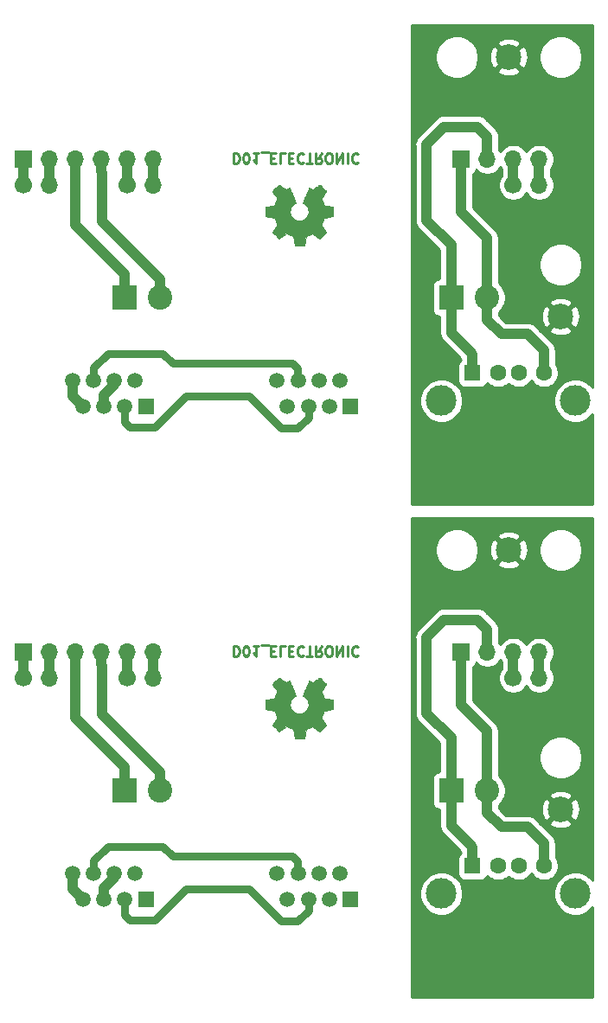
<source format=gbr>
G04 #@! TF.GenerationSoftware,KiCad,Pcbnew,5.1.5-52549c5~86~ubuntu18.04.1*
G04 #@! TF.CreationDate,2020-09-11T14:43:20-05:00*
G04 #@! TF.ProjectId,,58585858-5858-4585-9858-585858585858,rev?*
G04 #@! TF.SameCoordinates,Original*
G04 #@! TF.FileFunction,Copper,L2,Bot*
G04 #@! TF.FilePolarity,Positive*
%FSLAX46Y46*%
G04 Gerber Fmt 4.6, Leading zero omitted, Abs format (unit mm)*
G04 Created by KiCad (PCBNEW 5.1.5-52549c5~86~ubuntu18.04.1) date 2020-09-11 14:43:20*
%MOMM*%
%LPD*%
G04 APERTURE LIST*
%ADD10C,0.250000*%
%ADD11C,0.010000*%
%ADD12R,1.700000X1.700000*%
%ADD13O,1.700000X1.700000*%
%ADD14C,2.499360*%
%ADD15C,1.700000*%
%ADD16R,1.520000X1.520000*%
%ADD17C,1.520000*%
%ADD18R,2.400000X2.400000*%
%ADD19C,2.400000*%
%ADD20C,3.000000*%
%ADD21R,1.600000X1.600000*%
%ADD22C,1.600000*%
%ADD23C,0.750000*%
%ADD24C,1.000000*%
%ADD25C,0.254000*%
G04 APERTURE END LIST*
D10*
X135025571Y-96448619D02*
X135025571Y-97448619D01*
X135263666Y-97448619D01*
X135406523Y-97401000D01*
X135501761Y-97305761D01*
X135549380Y-97210523D01*
X135597000Y-97020047D01*
X135597000Y-96877190D01*
X135549380Y-96686714D01*
X135501761Y-96591476D01*
X135406523Y-96496238D01*
X135263666Y-96448619D01*
X135025571Y-96448619D01*
X136216047Y-97448619D02*
X136311285Y-97448619D01*
X136406523Y-97401000D01*
X136454142Y-97353380D01*
X136501761Y-97258142D01*
X136549380Y-97067666D01*
X136549380Y-96829571D01*
X136501761Y-96639095D01*
X136454142Y-96543857D01*
X136406523Y-96496238D01*
X136311285Y-96448619D01*
X136216047Y-96448619D01*
X136120809Y-96496238D01*
X136073190Y-96543857D01*
X136025571Y-96639095D01*
X135977952Y-96829571D01*
X135977952Y-97067666D01*
X136025571Y-97258142D01*
X136073190Y-97353380D01*
X136120809Y-97401000D01*
X136216047Y-97448619D01*
X137501761Y-96448619D02*
X136930333Y-96448619D01*
X137216047Y-96448619D02*
X137216047Y-97448619D01*
X137120809Y-97305761D01*
X137025571Y-97210523D01*
X136930333Y-97162904D01*
X137692238Y-96353380D02*
X138454142Y-96353380D01*
X138692238Y-96972428D02*
X139025571Y-96972428D01*
X139168428Y-96448619D02*
X138692238Y-96448619D01*
X138692238Y-97448619D01*
X139168428Y-97448619D01*
X140073190Y-96448619D02*
X139597000Y-96448619D01*
X139597000Y-97448619D01*
X140406523Y-96972428D02*
X140739857Y-96972428D01*
X140882714Y-96448619D02*
X140406523Y-96448619D01*
X140406523Y-97448619D01*
X140882714Y-97448619D01*
X141882714Y-96543857D02*
X141835095Y-96496238D01*
X141692238Y-96448619D01*
X141597000Y-96448619D01*
X141454142Y-96496238D01*
X141358904Y-96591476D01*
X141311285Y-96686714D01*
X141263666Y-96877190D01*
X141263666Y-97020047D01*
X141311285Y-97210523D01*
X141358904Y-97305761D01*
X141454142Y-97401000D01*
X141597000Y-97448619D01*
X141692238Y-97448619D01*
X141835095Y-97401000D01*
X141882714Y-97353380D01*
X142168428Y-97448619D02*
X142739857Y-97448619D01*
X142454142Y-96448619D02*
X142454142Y-97448619D01*
X143644619Y-96448619D02*
X143311285Y-96924809D01*
X143073190Y-96448619D02*
X143073190Y-97448619D01*
X143454142Y-97448619D01*
X143549380Y-97401000D01*
X143597000Y-97353380D01*
X143644619Y-97258142D01*
X143644619Y-97115285D01*
X143597000Y-97020047D01*
X143549380Y-96972428D01*
X143454142Y-96924809D01*
X143073190Y-96924809D01*
X144263666Y-97448619D02*
X144454142Y-97448619D01*
X144549380Y-97401000D01*
X144644619Y-97305761D01*
X144692238Y-97115285D01*
X144692238Y-96781952D01*
X144644619Y-96591476D01*
X144549380Y-96496238D01*
X144454142Y-96448619D01*
X144263666Y-96448619D01*
X144168428Y-96496238D01*
X144073190Y-96591476D01*
X144025571Y-96781952D01*
X144025571Y-97115285D01*
X144073190Y-97305761D01*
X144168428Y-97401000D01*
X144263666Y-97448619D01*
X145120809Y-96448619D02*
X145120809Y-97448619D01*
X145692238Y-96448619D01*
X145692238Y-97448619D01*
X146168428Y-96448619D02*
X146168428Y-97448619D01*
X147216047Y-96543857D02*
X147168428Y-96496238D01*
X147025571Y-96448619D01*
X146930333Y-96448619D01*
X146787476Y-96496238D01*
X146692238Y-96591476D01*
X146644619Y-96686714D01*
X146597000Y-96877190D01*
X146597000Y-97020047D01*
X146644619Y-97210523D01*
X146692238Y-97305761D01*
X146787476Y-97401000D01*
X146930333Y-97448619D01*
X147025571Y-97448619D01*
X147168428Y-97401000D01*
X147216047Y-97353380D01*
X135025571Y-48188619D02*
X135025571Y-49188619D01*
X135263666Y-49188619D01*
X135406523Y-49141000D01*
X135501761Y-49045761D01*
X135549380Y-48950523D01*
X135597000Y-48760047D01*
X135597000Y-48617190D01*
X135549380Y-48426714D01*
X135501761Y-48331476D01*
X135406523Y-48236238D01*
X135263666Y-48188619D01*
X135025571Y-48188619D01*
X136216047Y-49188619D02*
X136311285Y-49188619D01*
X136406523Y-49141000D01*
X136454142Y-49093380D01*
X136501761Y-48998142D01*
X136549380Y-48807666D01*
X136549380Y-48569571D01*
X136501761Y-48379095D01*
X136454142Y-48283857D01*
X136406523Y-48236238D01*
X136311285Y-48188619D01*
X136216047Y-48188619D01*
X136120809Y-48236238D01*
X136073190Y-48283857D01*
X136025571Y-48379095D01*
X135977952Y-48569571D01*
X135977952Y-48807666D01*
X136025571Y-48998142D01*
X136073190Y-49093380D01*
X136120809Y-49141000D01*
X136216047Y-49188619D01*
X137501761Y-48188619D02*
X136930333Y-48188619D01*
X137216047Y-48188619D02*
X137216047Y-49188619D01*
X137120809Y-49045761D01*
X137025571Y-48950523D01*
X136930333Y-48902904D01*
X137692238Y-48093380D02*
X138454142Y-48093380D01*
X138692238Y-48712428D02*
X139025571Y-48712428D01*
X139168428Y-48188619D02*
X138692238Y-48188619D01*
X138692238Y-49188619D01*
X139168428Y-49188619D01*
X140073190Y-48188619D02*
X139597000Y-48188619D01*
X139597000Y-49188619D01*
X140406523Y-48712428D02*
X140739857Y-48712428D01*
X140882714Y-48188619D02*
X140406523Y-48188619D01*
X140406523Y-49188619D01*
X140882714Y-49188619D01*
X141882714Y-48283857D02*
X141835095Y-48236238D01*
X141692238Y-48188619D01*
X141597000Y-48188619D01*
X141454142Y-48236238D01*
X141358904Y-48331476D01*
X141311285Y-48426714D01*
X141263666Y-48617190D01*
X141263666Y-48760047D01*
X141311285Y-48950523D01*
X141358904Y-49045761D01*
X141454142Y-49141000D01*
X141597000Y-49188619D01*
X141692238Y-49188619D01*
X141835095Y-49141000D01*
X141882714Y-49093380D01*
X142168428Y-49188619D02*
X142739857Y-49188619D01*
X142454142Y-48188619D02*
X142454142Y-49188619D01*
X143644619Y-48188619D02*
X143311285Y-48664809D01*
X143073190Y-48188619D02*
X143073190Y-49188619D01*
X143454142Y-49188619D01*
X143549380Y-49141000D01*
X143597000Y-49093380D01*
X143644619Y-48998142D01*
X143644619Y-48855285D01*
X143597000Y-48760047D01*
X143549380Y-48712428D01*
X143454142Y-48664809D01*
X143073190Y-48664809D01*
X144263666Y-49188619D02*
X144454142Y-49188619D01*
X144549380Y-49141000D01*
X144644619Y-49045761D01*
X144692238Y-48855285D01*
X144692238Y-48521952D01*
X144644619Y-48331476D01*
X144549380Y-48236238D01*
X144454142Y-48188619D01*
X144263666Y-48188619D01*
X144168428Y-48236238D01*
X144073190Y-48331476D01*
X144025571Y-48521952D01*
X144025571Y-48855285D01*
X144073190Y-49045761D01*
X144168428Y-49141000D01*
X144263666Y-49188619D01*
X145120809Y-48188619D02*
X145120809Y-49188619D01*
X145692238Y-48188619D01*
X145692238Y-49188619D01*
X146168428Y-48188619D02*
X146168428Y-49188619D01*
X147216047Y-48283857D02*
X147168428Y-48236238D01*
X147025571Y-48188619D01*
X146930333Y-48188619D01*
X146787476Y-48236238D01*
X146692238Y-48331476D01*
X146644619Y-48426714D01*
X146597000Y-48617190D01*
X146597000Y-48760047D01*
X146644619Y-48950523D01*
X146692238Y-49045761D01*
X146787476Y-49141000D01*
X146930333Y-49188619D01*
X147025571Y-49188619D01*
X147168428Y-49141000D01*
X147216047Y-49093380D01*
D11*
G36*
X142008414Y-105020069D02*
G01*
X142092235Y-104575445D01*
X142401520Y-104447947D01*
X142710806Y-104320449D01*
X143081846Y-104572754D01*
X143185757Y-104643004D01*
X143279687Y-104705728D01*
X143359252Y-104758062D01*
X143420070Y-104797143D01*
X143457757Y-104820107D01*
X143468021Y-104825058D01*
X143486510Y-104812324D01*
X143526020Y-104777118D01*
X143582122Y-104723938D01*
X143650387Y-104657282D01*
X143726386Y-104581646D01*
X143805692Y-104501528D01*
X143883875Y-104421426D01*
X143956507Y-104345836D01*
X144019159Y-104279255D01*
X144067403Y-104226182D01*
X144096810Y-104191113D01*
X144103841Y-104179377D01*
X144093723Y-104157740D01*
X144065359Y-104110338D01*
X144021729Y-104041807D01*
X143965818Y-103956785D01*
X143900606Y-103859907D01*
X143862819Y-103804650D01*
X143793943Y-103703752D01*
X143732740Y-103612701D01*
X143682178Y-103536030D01*
X143645228Y-103478272D01*
X143624858Y-103443957D01*
X143621797Y-103436746D01*
X143628736Y-103416252D01*
X143647651Y-103368487D01*
X143675687Y-103300168D01*
X143709991Y-103218011D01*
X143747709Y-103128730D01*
X143785987Y-103039042D01*
X143821970Y-102955662D01*
X143852806Y-102885306D01*
X143875639Y-102834690D01*
X143887617Y-102810529D01*
X143888324Y-102809578D01*
X143907131Y-102804964D01*
X143957218Y-102794672D01*
X144033393Y-102779713D01*
X144130465Y-102761099D01*
X144243243Y-102739841D01*
X144309042Y-102727582D01*
X144429550Y-102704638D01*
X144538397Y-102682805D01*
X144630076Y-102663278D01*
X144699081Y-102647252D01*
X144739904Y-102635921D01*
X144748111Y-102632326D01*
X144756148Y-102607994D01*
X144762633Y-102553041D01*
X144767570Y-102473892D01*
X144770964Y-102376974D01*
X144772818Y-102268713D01*
X144773138Y-102155535D01*
X144771927Y-102043865D01*
X144769190Y-101940132D01*
X144764931Y-101850759D01*
X144759155Y-101782174D01*
X144751867Y-101740803D01*
X144747495Y-101732190D01*
X144721364Y-101721867D01*
X144665993Y-101707108D01*
X144588707Y-101689648D01*
X144496830Y-101671220D01*
X144464758Y-101665259D01*
X144310124Y-101636934D01*
X144187975Y-101614124D01*
X144094273Y-101595920D01*
X144024984Y-101581417D01*
X143976071Y-101569708D01*
X143943497Y-101559885D01*
X143923228Y-101551044D01*
X143911226Y-101542276D01*
X143909547Y-101540543D01*
X143892784Y-101512629D01*
X143867214Y-101458305D01*
X143835388Y-101384223D01*
X143799860Y-101297035D01*
X143763183Y-101203392D01*
X143727911Y-101109948D01*
X143696596Y-101023353D01*
X143671793Y-100950260D01*
X143656054Y-100897322D01*
X143651932Y-100871189D01*
X143652276Y-100870274D01*
X143666241Y-100848914D01*
X143697922Y-100801916D01*
X143743991Y-100734173D01*
X143801118Y-100650577D01*
X143865973Y-100556018D01*
X143884443Y-100529146D01*
X143950299Y-100431725D01*
X144008250Y-100342837D01*
X144055138Y-100267588D01*
X144087807Y-100211080D01*
X144103100Y-100178419D01*
X144103841Y-100174407D01*
X144090992Y-100153316D01*
X144055488Y-100111536D01*
X144001893Y-100053555D01*
X143934771Y-99983865D01*
X143858687Y-99906955D01*
X143778204Y-99827317D01*
X143697887Y-99749439D01*
X143622299Y-99677814D01*
X143556005Y-99616930D01*
X143503569Y-99571279D01*
X143469555Y-99545350D01*
X143460145Y-99541117D01*
X143438243Y-99551088D01*
X143393400Y-99577980D01*
X143332921Y-99617264D01*
X143286389Y-99648883D01*
X143202075Y-99706902D01*
X143102226Y-99775216D01*
X143002073Y-99843421D01*
X142948227Y-99879925D01*
X142765971Y-100003200D01*
X142612981Y-99920480D01*
X142543282Y-99884241D01*
X142484014Y-99856074D01*
X142443911Y-99840009D01*
X142433703Y-99837774D01*
X142421429Y-99854278D01*
X142397213Y-99900918D01*
X142362863Y-99973391D01*
X142320188Y-100067394D01*
X142270994Y-100178626D01*
X142217090Y-100302785D01*
X142160284Y-100435568D01*
X142102382Y-100572673D01*
X142045193Y-100709798D01*
X141990524Y-100842642D01*
X141940184Y-100966902D01*
X141895980Y-101078275D01*
X141859719Y-101172461D01*
X141833209Y-101245156D01*
X141818258Y-101292059D01*
X141815854Y-101308167D01*
X141834911Y-101328714D01*
X141876636Y-101362067D01*
X141932306Y-101401298D01*
X141936978Y-101404401D01*
X142080864Y-101519577D01*
X142196883Y-101653947D01*
X142284030Y-101803216D01*
X142341299Y-101963087D01*
X142367686Y-102129263D01*
X142362185Y-102297448D01*
X142323790Y-102463345D01*
X142251495Y-102622658D01*
X142230226Y-102657513D01*
X142119596Y-102798263D01*
X141988902Y-102911286D01*
X141842664Y-102995997D01*
X141685408Y-103051806D01*
X141521657Y-103078126D01*
X141355933Y-103074370D01*
X141192762Y-103039950D01*
X141036665Y-102974277D01*
X140892167Y-102876765D01*
X140847469Y-102837187D01*
X140733712Y-102713297D01*
X140650818Y-102582876D01*
X140593956Y-102436685D01*
X140562287Y-102291912D01*
X140554469Y-102129140D01*
X140580538Y-101965560D01*
X140637845Y-101806702D01*
X140723744Y-101658094D01*
X140835586Y-101525265D01*
X140970723Y-101413744D01*
X140988483Y-101401989D01*
X141044750Y-101363492D01*
X141087523Y-101330137D01*
X141107972Y-101308840D01*
X141108269Y-101308167D01*
X141103879Y-101285129D01*
X141086476Y-101232843D01*
X141057868Y-101155610D01*
X141019865Y-101057732D01*
X140974274Y-100943509D01*
X140922903Y-100817242D01*
X140867562Y-100683233D01*
X140810058Y-100545782D01*
X140752201Y-100409192D01*
X140695798Y-100277763D01*
X140642658Y-100155795D01*
X140594590Y-100047591D01*
X140553401Y-99957451D01*
X140520901Y-99889677D01*
X140498897Y-99848570D01*
X140490036Y-99837774D01*
X140462960Y-99846181D01*
X140412297Y-99868728D01*
X140346783Y-99901387D01*
X140310759Y-99920480D01*
X140157768Y-100003200D01*
X139975512Y-99879925D01*
X139882475Y-99816772D01*
X139780615Y-99747273D01*
X139685162Y-99681835D01*
X139637350Y-99648883D01*
X139570105Y-99603727D01*
X139513164Y-99567943D01*
X139473954Y-99546062D01*
X139461219Y-99541437D01*
X139442683Y-99553915D01*
X139401659Y-99588748D01*
X139342125Y-99642322D01*
X139268058Y-99711017D01*
X139183435Y-99791219D01*
X139129915Y-99842714D01*
X139036281Y-99934714D01*
X138955359Y-100017001D01*
X138890423Y-100086055D01*
X138844742Y-100138356D01*
X138821589Y-100170384D01*
X138819368Y-100176884D01*
X138829676Y-100201606D01*
X138858161Y-100251595D01*
X138901663Y-100321788D01*
X138957023Y-100407125D01*
X139021080Y-100502544D01*
X139039297Y-100529146D01*
X139105673Y-100625833D01*
X139165222Y-100712883D01*
X139214616Y-100785405D01*
X139250525Y-100838507D01*
X139269619Y-100867297D01*
X139271464Y-100870274D01*
X139268705Y-100893218D01*
X139254062Y-100943664D01*
X139230087Y-101014959D01*
X139199334Y-101100453D01*
X139164356Y-101193493D01*
X139127707Y-101287426D01*
X139091939Y-101375601D01*
X139059606Y-101451366D01*
X139033262Y-101508069D01*
X139015458Y-101539057D01*
X139014193Y-101540543D01*
X139003306Y-101549399D01*
X138984918Y-101558157D01*
X138954994Y-101567723D01*
X138909497Y-101579004D01*
X138844391Y-101592907D01*
X138755639Y-101610337D01*
X138639207Y-101632202D01*
X138491058Y-101659409D01*
X138458982Y-101665259D01*
X138363914Y-101683626D01*
X138281035Y-101701595D01*
X138217670Y-101717431D01*
X138181142Y-101729400D01*
X138176244Y-101732190D01*
X138168173Y-101756928D01*
X138161613Y-101812210D01*
X138156567Y-101891611D01*
X138153041Y-101988704D01*
X138151039Y-102097062D01*
X138150564Y-102210260D01*
X138151623Y-102321872D01*
X138154218Y-102425471D01*
X138158354Y-102514632D01*
X138164037Y-102582928D01*
X138171269Y-102623934D01*
X138175629Y-102632326D01*
X138199902Y-102640792D01*
X138255174Y-102654565D01*
X138335938Y-102672450D01*
X138436688Y-102693252D01*
X138551917Y-102715777D01*
X138614698Y-102727582D01*
X138733813Y-102749849D01*
X138840035Y-102770021D01*
X138928173Y-102787085D01*
X138993034Y-102800031D01*
X139029426Y-102807845D01*
X139035416Y-102809578D01*
X139045539Y-102829110D01*
X139066938Y-102876157D01*
X139096761Y-102943997D01*
X139132155Y-103025909D01*
X139170268Y-103115172D01*
X139208247Y-103205065D01*
X139243240Y-103288865D01*
X139272394Y-103359853D01*
X139292857Y-103411306D01*
X139301777Y-103436503D01*
X139301943Y-103437604D01*
X139291831Y-103457481D01*
X139263483Y-103503223D01*
X139219877Y-103570283D01*
X139163994Y-103654116D01*
X139098813Y-103750174D01*
X139060921Y-103805350D01*
X138991875Y-103906519D01*
X138930550Y-103998370D01*
X138879937Y-104076256D01*
X138843029Y-104135531D01*
X138822818Y-104171549D01*
X138819899Y-104179623D01*
X138832447Y-104198416D01*
X138867137Y-104238543D01*
X138919537Y-104295507D01*
X138985216Y-104364815D01*
X139059744Y-104441969D01*
X139138687Y-104522475D01*
X139217617Y-104601837D01*
X139292100Y-104675560D01*
X139357706Y-104739148D01*
X139410004Y-104788106D01*
X139444561Y-104817939D01*
X139456122Y-104825058D01*
X139474946Y-104815047D01*
X139519969Y-104786922D01*
X139586813Y-104743546D01*
X139671101Y-104687782D01*
X139768456Y-104622494D01*
X139841893Y-104572754D01*
X140212933Y-104320449D01*
X140831505Y-104575445D01*
X140915325Y-105020069D01*
X140999146Y-105464693D01*
X141924594Y-105464693D01*
X142008414Y-105020069D01*
G37*
X142008414Y-105020069D02*
X142092235Y-104575445D01*
X142401520Y-104447947D01*
X142710806Y-104320449D01*
X143081846Y-104572754D01*
X143185757Y-104643004D01*
X143279687Y-104705728D01*
X143359252Y-104758062D01*
X143420070Y-104797143D01*
X143457757Y-104820107D01*
X143468021Y-104825058D01*
X143486510Y-104812324D01*
X143526020Y-104777118D01*
X143582122Y-104723938D01*
X143650387Y-104657282D01*
X143726386Y-104581646D01*
X143805692Y-104501528D01*
X143883875Y-104421426D01*
X143956507Y-104345836D01*
X144019159Y-104279255D01*
X144067403Y-104226182D01*
X144096810Y-104191113D01*
X144103841Y-104179377D01*
X144093723Y-104157740D01*
X144065359Y-104110338D01*
X144021729Y-104041807D01*
X143965818Y-103956785D01*
X143900606Y-103859907D01*
X143862819Y-103804650D01*
X143793943Y-103703752D01*
X143732740Y-103612701D01*
X143682178Y-103536030D01*
X143645228Y-103478272D01*
X143624858Y-103443957D01*
X143621797Y-103436746D01*
X143628736Y-103416252D01*
X143647651Y-103368487D01*
X143675687Y-103300168D01*
X143709991Y-103218011D01*
X143747709Y-103128730D01*
X143785987Y-103039042D01*
X143821970Y-102955662D01*
X143852806Y-102885306D01*
X143875639Y-102834690D01*
X143887617Y-102810529D01*
X143888324Y-102809578D01*
X143907131Y-102804964D01*
X143957218Y-102794672D01*
X144033393Y-102779713D01*
X144130465Y-102761099D01*
X144243243Y-102739841D01*
X144309042Y-102727582D01*
X144429550Y-102704638D01*
X144538397Y-102682805D01*
X144630076Y-102663278D01*
X144699081Y-102647252D01*
X144739904Y-102635921D01*
X144748111Y-102632326D01*
X144756148Y-102607994D01*
X144762633Y-102553041D01*
X144767570Y-102473892D01*
X144770964Y-102376974D01*
X144772818Y-102268713D01*
X144773138Y-102155535D01*
X144771927Y-102043865D01*
X144769190Y-101940132D01*
X144764931Y-101850759D01*
X144759155Y-101782174D01*
X144751867Y-101740803D01*
X144747495Y-101732190D01*
X144721364Y-101721867D01*
X144665993Y-101707108D01*
X144588707Y-101689648D01*
X144496830Y-101671220D01*
X144464758Y-101665259D01*
X144310124Y-101636934D01*
X144187975Y-101614124D01*
X144094273Y-101595920D01*
X144024984Y-101581417D01*
X143976071Y-101569708D01*
X143943497Y-101559885D01*
X143923228Y-101551044D01*
X143911226Y-101542276D01*
X143909547Y-101540543D01*
X143892784Y-101512629D01*
X143867214Y-101458305D01*
X143835388Y-101384223D01*
X143799860Y-101297035D01*
X143763183Y-101203392D01*
X143727911Y-101109948D01*
X143696596Y-101023353D01*
X143671793Y-100950260D01*
X143656054Y-100897322D01*
X143651932Y-100871189D01*
X143652276Y-100870274D01*
X143666241Y-100848914D01*
X143697922Y-100801916D01*
X143743991Y-100734173D01*
X143801118Y-100650577D01*
X143865973Y-100556018D01*
X143884443Y-100529146D01*
X143950299Y-100431725D01*
X144008250Y-100342837D01*
X144055138Y-100267588D01*
X144087807Y-100211080D01*
X144103100Y-100178419D01*
X144103841Y-100174407D01*
X144090992Y-100153316D01*
X144055488Y-100111536D01*
X144001893Y-100053555D01*
X143934771Y-99983865D01*
X143858687Y-99906955D01*
X143778204Y-99827317D01*
X143697887Y-99749439D01*
X143622299Y-99677814D01*
X143556005Y-99616930D01*
X143503569Y-99571279D01*
X143469555Y-99545350D01*
X143460145Y-99541117D01*
X143438243Y-99551088D01*
X143393400Y-99577980D01*
X143332921Y-99617264D01*
X143286389Y-99648883D01*
X143202075Y-99706902D01*
X143102226Y-99775216D01*
X143002073Y-99843421D01*
X142948227Y-99879925D01*
X142765971Y-100003200D01*
X142612981Y-99920480D01*
X142543282Y-99884241D01*
X142484014Y-99856074D01*
X142443911Y-99840009D01*
X142433703Y-99837774D01*
X142421429Y-99854278D01*
X142397213Y-99900918D01*
X142362863Y-99973391D01*
X142320188Y-100067394D01*
X142270994Y-100178626D01*
X142217090Y-100302785D01*
X142160284Y-100435568D01*
X142102382Y-100572673D01*
X142045193Y-100709798D01*
X141990524Y-100842642D01*
X141940184Y-100966902D01*
X141895980Y-101078275D01*
X141859719Y-101172461D01*
X141833209Y-101245156D01*
X141818258Y-101292059D01*
X141815854Y-101308167D01*
X141834911Y-101328714D01*
X141876636Y-101362067D01*
X141932306Y-101401298D01*
X141936978Y-101404401D01*
X142080864Y-101519577D01*
X142196883Y-101653947D01*
X142284030Y-101803216D01*
X142341299Y-101963087D01*
X142367686Y-102129263D01*
X142362185Y-102297448D01*
X142323790Y-102463345D01*
X142251495Y-102622658D01*
X142230226Y-102657513D01*
X142119596Y-102798263D01*
X141988902Y-102911286D01*
X141842664Y-102995997D01*
X141685408Y-103051806D01*
X141521657Y-103078126D01*
X141355933Y-103074370D01*
X141192762Y-103039950D01*
X141036665Y-102974277D01*
X140892167Y-102876765D01*
X140847469Y-102837187D01*
X140733712Y-102713297D01*
X140650818Y-102582876D01*
X140593956Y-102436685D01*
X140562287Y-102291912D01*
X140554469Y-102129140D01*
X140580538Y-101965560D01*
X140637845Y-101806702D01*
X140723744Y-101658094D01*
X140835586Y-101525265D01*
X140970723Y-101413744D01*
X140988483Y-101401989D01*
X141044750Y-101363492D01*
X141087523Y-101330137D01*
X141107972Y-101308840D01*
X141108269Y-101308167D01*
X141103879Y-101285129D01*
X141086476Y-101232843D01*
X141057868Y-101155610D01*
X141019865Y-101057732D01*
X140974274Y-100943509D01*
X140922903Y-100817242D01*
X140867562Y-100683233D01*
X140810058Y-100545782D01*
X140752201Y-100409192D01*
X140695798Y-100277763D01*
X140642658Y-100155795D01*
X140594590Y-100047591D01*
X140553401Y-99957451D01*
X140520901Y-99889677D01*
X140498897Y-99848570D01*
X140490036Y-99837774D01*
X140462960Y-99846181D01*
X140412297Y-99868728D01*
X140346783Y-99901387D01*
X140310759Y-99920480D01*
X140157768Y-100003200D01*
X139975512Y-99879925D01*
X139882475Y-99816772D01*
X139780615Y-99747273D01*
X139685162Y-99681835D01*
X139637350Y-99648883D01*
X139570105Y-99603727D01*
X139513164Y-99567943D01*
X139473954Y-99546062D01*
X139461219Y-99541437D01*
X139442683Y-99553915D01*
X139401659Y-99588748D01*
X139342125Y-99642322D01*
X139268058Y-99711017D01*
X139183435Y-99791219D01*
X139129915Y-99842714D01*
X139036281Y-99934714D01*
X138955359Y-100017001D01*
X138890423Y-100086055D01*
X138844742Y-100138356D01*
X138821589Y-100170384D01*
X138819368Y-100176884D01*
X138829676Y-100201606D01*
X138858161Y-100251595D01*
X138901663Y-100321788D01*
X138957023Y-100407125D01*
X139021080Y-100502544D01*
X139039297Y-100529146D01*
X139105673Y-100625833D01*
X139165222Y-100712883D01*
X139214616Y-100785405D01*
X139250525Y-100838507D01*
X139269619Y-100867297D01*
X139271464Y-100870274D01*
X139268705Y-100893218D01*
X139254062Y-100943664D01*
X139230087Y-101014959D01*
X139199334Y-101100453D01*
X139164356Y-101193493D01*
X139127707Y-101287426D01*
X139091939Y-101375601D01*
X139059606Y-101451366D01*
X139033262Y-101508069D01*
X139015458Y-101539057D01*
X139014193Y-101540543D01*
X139003306Y-101549399D01*
X138984918Y-101558157D01*
X138954994Y-101567723D01*
X138909497Y-101579004D01*
X138844391Y-101592907D01*
X138755639Y-101610337D01*
X138639207Y-101632202D01*
X138491058Y-101659409D01*
X138458982Y-101665259D01*
X138363914Y-101683626D01*
X138281035Y-101701595D01*
X138217670Y-101717431D01*
X138181142Y-101729400D01*
X138176244Y-101732190D01*
X138168173Y-101756928D01*
X138161613Y-101812210D01*
X138156567Y-101891611D01*
X138153041Y-101988704D01*
X138151039Y-102097062D01*
X138150564Y-102210260D01*
X138151623Y-102321872D01*
X138154218Y-102425471D01*
X138158354Y-102514632D01*
X138164037Y-102582928D01*
X138171269Y-102623934D01*
X138175629Y-102632326D01*
X138199902Y-102640792D01*
X138255174Y-102654565D01*
X138335938Y-102672450D01*
X138436688Y-102693252D01*
X138551917Y-102715777D01*
X138614698Y-102727582D01*
X138733813Y-102749849D01*
X138840035Y-102770021D01*
X138928173Y-102787085D01*
X138993034Y-102800031D01*
X139029426Y-102807845D01*
X139035416Y-102809578D01*
X139045539Y-102829110D01*
X139066938Y-102876157D01*
X139096761Y-102943997D01*
X139132155Y-103025909D01*
X139170268Y-103115172D01*
X139208247Y-103205065D01*
X139243240Y-103288865D01*
X139272394Y-103359853D01*
X139292857Y-103411306D01*
X139301777Y-103436503D01*
X139301943Y-103437604D01*
X139291831Y-103457481D01*
X139263483Y-103503223D01*
X139219877Y-103570283D01*
X139163994Y-103654116D01*
X139098813Y-103750174D01*
X139060921Y-103805350D01*
X138991875Y-103906519D01*
X138930550Y-103998370D01*
X138879937Y-104076256D01*
X138843029Y-104135531D01*
X138822818Y-104171549D01*
X138819899Y-104179623D01*
X138832447Y-104198416D01*
X138867137Y-104238543D01*
X138919537Y-104295507D01*
X138985216Y-104364815D01*
X139059744Y-104441969D01*
X139138687Y-104522475D01*
X139217617Y-104601837D01*
X139292100Y-104675560D01*
X139357706Y-104739148D01*
X139410004Y-104788106D01*
X139444561Y-104817939D01*
X139456122Y-104825058D01*
X139474946Y-104815047D01*
X139519969Y-104786922D01*
X139586813Y-104743546D01*
X139671101Y-104687782D01*
X139768456Y-104622494D01*
X139841893Y-104572754D01*
X140212933Y-104320449D01*
X140831505Y-104575445D01*
X140915325Y-105020069D01*
X140999146Y-105464693D01*
X141924594Y-105464693D01*
X142008414Y-105020069D01*
G36*
X142008414Y-56760069D02*
G01*
X142092235Y-56315445D01*
X142401520Y-56187947D01*
X142710806Y-56060449D01*
X143081846Y-56312754D01*
X143185757Y-56383004D01*
X143279687Y-56445728D01*
X143359252Y-56498062D01*
X143420070Y-56537143D01*
X143457757Y-56560107D01*
X143468021Y-56565058D01*
X143486510Y-56552324D01*
X143526020Y-56517118D01*
X143582122Y-56463938D01*
X143650387Y-56397282D01*
X143726386Y-56321646D01*
X143805692Y-56241528D01*
X143883875Y-56161426D01*
X143956507Y-56085836D01*
X144019159Y-56019255D01*
X144067403Y-55966182D01*
X144096810Y-55931113D01*
X144103841Y-55919377D01*
X144093723Y-55897740D01*
X144065359Y-55850338D01*
X144021729Y-55781807D01*
X143965818Y-55696785D01*
X143900606Y-55599907D01*
X143862819Y-55544650D01*
X143793943Y-55443752D01*
X143732740Y-55352701D01*
X143682178Y-55276030D01*
X143645228Y-55218272D01*
X143624858Y-55183957D01*
X143621797Y-55176746D01*
X143628736Y-55156252D01*
X143647651Y-55108487D01*
X143675687Y-55040168D01*
X143709991Y-54958011D01*
X143747709Y-54868730D01*
X143785987Y-54779042D01*
X143821970Y-54695662D01*
X143852806Y-54625306D01*
X143875639Y-54574690D01*
X143887617Y-54550529D01*
X143888324Y-54549578D01*
X143907131Y-54544964D01*
X143957218Y-54534672D01*
X144033393Y-54519713D01*
X144130465Y-54501099D01*
X144243243Y-54479841D01*
X144309042Y-54467582D01*
X144429550Y-54444638D01*
X144538397Y-54422805D01*
X144630076Y-54403278D01*
X144699081Y-54387252D01*
X144739904Y-54375921D01*
X144748111Y-54372326D01*
X144756148Y-54347994D01*
X144762633Y-54293041D01*
X144767570Y-54213892D01*
X144770964Y-54116974D01*
X144772818Y-54008713D01*
X144773138Y-53895535D01*
X144771927Y-53783865D01*
X144769190Y-53680132D01*
X144764931Y-53590759D01*
X144759155Y-53522174D01*
X144751867Y-53480803D01*
X144747495Y-53472190D01*
X144721364Y-53461867D01*
X144665993Y-53447108D01*
X144588707Y-53429648D01*
X144496830Y-53411220D01*
X144464758Y-53405259D01*
X144310124Y-53376934D01*
X144187975Y-53354124D01*
X144094273Y-53335920D01*
X144024984Y-53321417D01*
X143976071Y-53309708D01*
X143943497Y-53299885D01*
X143923228Y-53291044D01*
X143911226Y-53282276D01*
X143909547Y-53280543D01*
X143892784Y-53252629D01*
X143867214Y-53198305D01*
X143835388Y-53124223D01*
X143799860Y-53037035D01*
X143763183Y-52943392D01*
X143727911Y-52849948D01*
X143696596Y-52763353D01*
X143671793Y-52690260D01*
X143656054Y-52637322D01*
X143651932Y-52611189D01*
X143652276Y-52610274D01*
X143666241Y-52588914D01*
X143697922Y-52541916D01*
X143743991Y-52474173D01*
X143801118Y-52390577D01*
X143865973Y-52296018D01*
X143884443Y-52269146D01*
X143950299Y-52171725D01*
X144008250Y-52082837D01*
X144055138Y-52007588D01*
X144087807Y-51951080D01*
X144103100Y-51918419D01*
X144103841Y-51914407D01*
X144090992Y-51893316D01*
X144055488Y-51851536D01*
X144001893Y-51793555D01*
X143934771Y-51723865D01*
X143858687Y-51646955D01*
X143778204Y-51567317D01*
X143697887Y-51489439D01*
X143622299Y-51417814D01*
X143556005Y-51356930D01*
X143503569Y-51311279D01*
X143469555Y-51285350D01*
X143460145Y-51281117D01*
X143438243Y-51291088D01*
X143393400Y-51317980D01*
X143332921Y-51357264D01*
X143286389Y-51388883D01*
X143202075Y-51446902D01*
X143102226Y-51515216D01*
X143002073Y-51583421D01*
X142948227Y-51619925D01*
X142765971Y-51743200D01*
X142612981Y-51660480D01*
X142543282Y-51624241D01*
X142484014Y-51596074D01*
X142443911Y-51580009D01*
X142433703Y-51577774D01*
X142421429Y-51594278D01*
X142397213Y-51640918D01*
X142362863Y-51713391D01*
X142320188Y-51807394D01*
X142270994Y-51918626D01*
X142217090Y-52042785D01*
X142160284Y-52175568D01*
X142102382Y-52312673D01*
X142045193Y-52449798D01*
X141990524Y-52582642D01*
X141940184Y-52706902D01*
X141895980Y-52818275D01*
X141859719Y-52912461D01*
X141833209Y-52985156D01*
X141818258Y-53032059D01*
X141815854Y-53048167D01*
X141834911Y-53068714D01*
X141876636Y-53102067D01*
X141932306Y-53141298D01*
X141936978Y-53144401D01*
X142080864Y-53259577D01*
X142196883Y-53393947D01*
X142284030Y-53543216D01*
X142341299Y-53703087D01*
X142367686Y-53869263D01*
X142362185Y-54037448D01*
X142323790Y-54203345D01*
X142251495Y-54362658D01*
X142230226Y-54397513D01*
X142119596Y-54538263D01*
X141988902Y-54651286D01*
X141842664Y-54735997D01*
X141685408Y-54791806D01*
X141521657Y-54818126D01*
X141355933Y-54814370D01*
X141192762Y-54779950D01*
X141036665Y-54714277D01*
X140892167Y-54616765D01*
X140847469Y-54577187D01*
X140733712Y-54453297D01*
X140650818Y-54322876D01*
X140593956Y-54176685D01*
X140562287Y-54031912D01*
X140554469Y-53869140D01*
X140580538Y-53705560D01*
X140637845Y-53546702D01*
X140723744Y-53398094D01*
X140835586Y-53265265D01*
X140970723Y-53153744D01*
X140988483Y-53141989D01*
X141044750Y-53103492D01*
X141087523Y-53070137D01*
X141107972Y-53048840D01*
X141108269Y-53048167D01*
X141103879Y-53025129D01*
X141086476Y-52972843D01*
X141057868Y-52895610D01*
X141019865Y-52797732D01*
X140974274Y-52683509D01*
X140922903Y-52557242D01*
X140867562Y-52423233D01*
X140810058Y-52285782D01*
X140752201Y-52149192D01*
X140695798Y-52017763D01*
X140642658Y-51895795D01*
X140594590Y-51787591D01*
X140553401Y-51697451D01*
X140520901Y-51629677D01*
X140498897Y-51588570D01*
X140490036Y-51577774D01*
X140462960Y-51586181D01*
X140412297Y-51608728D01*
X140346783Y-51641387D01*
X140310759Y-51660480D01*
X140157768Y-51743200D01*
X139975512Y-51619925D01*
X139882475Y-51556772D01*
X139780615Y-51487273D01*
X139685162Y-51421835D01*
X139637350Y-51388883D01*
X139570105Y-51343727D01*
X139513164Y-51307943D01*
X139473954Y-51286062D01*
X139461219Y-51281437D01*
X139442683Y-51293915D01*
X139401659Y-51328748D01*
X139342125Y-51382322D01*
X139268058Y-51451017D01*
X139183435Y-51531219D01*
X139129915Y-51582714D01*
X139036281Y-51674714D01*
X138955359Y-51757001D01*
X138890423Y-51826055D01*
X138844742Y-51878356D01*
X138821589Y-51910384D01*
X138819368Y-51916884D01*
X138829676Y-51941606D01*
X138858161Y-51991595D01*
X138901663Y-52061788D01*
X138957023Y-52147125D01*
X139021080Y-52242544D01*
X139039297Y-52269146D01*
X139105673Y-52365833D01*
X139165222Y-52452883D01*
X139214616Y-52525405D01*
X139250525Y-52578507D01*
X139269619Y-52607297D01*
X139271464Y-52610274D01*
X139268705Y-52633218D01*
X139254062Y-52683664D01*
X139230087Y-52754959D01*
X139199334Y-52840453D01*
X139164356Y-52933493D01*
X139127707Y-53027426D01*
X139091939Y-53115601D01*
X139059606Y-53191366D01*
X139033262Y-53248069D01*
X139015458Y-53279057D01*
X139014193Y-53280543D01*
X139003306Y-53289399D01*
X138984918Y-53298157D01*
X138954994Y-53307723D01*
X138909497Y-53319004D01*
X138844391Y-53332907D01*
X138755639Y-53350337D01*
X138639207Y-53372202D01*
X138491058Y-53399409D01*
X138458982Y-53405259D01*
X138363914Y-53423626D01*
X138281035Y-53441595D01*
X138217670Y-53457431D01*
X138181142Y-53469400D01*
X138176244Y-53472190D01*
X138168173Y-53496928D01*
X138161613Y-53552210D01*
X138156567Y-53631611D01*
X138153041Y-53728704D01*
X138151039Y-53837062D01*
X138150564Y-53950260D01*
X138151623Y-54061872D01*
X138154218Y-54165471D01*
X138158354Y-54254632D01*
X138164037Y-54322928D01*
X138171269Y-54363934D01*
X138175629Y-54372326D01*
X138199902Y-54380792D01*
X138255174Y-54394565D01*
X138335938Y-54412450D01*
X138436688Y-54433252D01*
X138551917Y-54455777D01*
X138614698Y-54467582D01*
X138733813Y-54489849D01*
X138840035Y-54510021D01*
X138928173Y-54527085D01*
X138993034Y-54540031D01*
X139029426Y-54547845D01*
X139035416Y-54549578D01*
X139045539Y-54569110D01*
X139066938Y-54616157D01*
X139096761Y-54683997D01*
X139132155Y-54765909D01*
X139170268Y-54855172D01*
X139208247Y-54945065D01*
X139243240Y-55028865D01*
X139272394Y-55099853D01*
X139292857Y-55151306D01*
X139301777Y-55176503D01*
X139301943Y-55177604D01*
X139291831Y-55197481D01*
X139263483Y-55243223D01*
X139219877Y-55310283D01*
X139163994Y-55394116D01*
X139098813Y-55490174D01*
X139060921Y-55545350D01*
X138991875Y-55646519D01*
X138930550Y-55738370D01*
X138879937Y-55816256D01*
X138843029Y-55875531D01*
X138822818Y-55911549D01*
X138819899Y-55919623D01*
X138832447Y-55938416D01*
X138867137Y-55978543D01*
X138919537Y-56035507D01*
X138985216Y-56104815D01*
X139059744Y-56181969D01*
X139138687Y-56262475D01*
X139217617Y-56341837D01*
X139292100Y-56415560D01*
X139357706Y-56479148D01*
X139410004Y-56528106D01*
X139444561Y-56557939D01*
X139456122Y-56565058D01*
X139474946Y-56555047D01*
X139519969Y-56526922D01*
X139586813Y-56483546D01*
X139671101Y-56427782D01*
X139768456Y-56362494D01*
X139841893Y-56312754D01*
X140212933Y-56060449D01*
X140831505Y-56315445D01*
X140915325Y-56760069D01*
X140999146Y-57204693D01*
X141924594Y-57204693D01*
X142008414Y-56760069D01*
G37*
X142008414Y-56760069D02*
X142092235Y-56315445D01*
X142401520Y-56187947D01*
X142710806Y-56060449D01*
X143081846Y-56312754D01*
X143185757Y-56383004D01*
X143279687Y-56445728D01*
X143359252Y-56498062D01*
X143420070Y-56537143D01*
X143457757Y-56560107D01*
X143468021Y-56565058D01*
X143486510Y-56552324D01*
X143526020Y-56517118D01*
X143582122Y-56463938D01*
X143650387Y-56397282D01*
X143726386Y-56321646D01*
X143805692Y-56241528D01*
X143883875Y-56161426D01*
X143956507Y-56085836D01*
X144019159Y-56019255D01*
X144067403Y-55966182D01*
X144096810Y-55931113D01*
X144103841Y-55919377D01*
X144093723Y-55897740D01*
X144065359Y-55850338D01*
X144021729Y-55781807D01*
X143965818Y-55696785D01*
X143900606Y-55599907D01*
X143862819Y-55544650D01*
X143793943Y-55443752D01*
X143732740Y-55352701D01*
X143682178Y-55276030D01*
X143645228Y-55218272D01*
X143624858Y-55183957D01*
X143621797Y-55176746D01*
X143628736Y-55156252D01*
X143647651Y-55108487D01*
X143675687Y-55040168D01*
X143709991Y-54958011D01*
X143747709Y-54868730D01*
X143785987Y-54779042D01*
X143821970Y-54695662D01*
X143852806Y-54625306D01*
X143875639Y-54574690D01*
X143887617Y-54550529D01*
X143888324Y-54549578D01*
X143907131Y-54544964D01*
X143957218Y-54534672D01*
X144033393Y-54519713D01*
X144130465Y-54501099D01*
X144243243Y-54479841D01*
X144309042Y-54467582D01*
X144429550Y-54444638D01*
X144538397Y-54422805D01*
X144630076Y-54403278D01*
X144699081Y-54387252D01*
X144739904Y-54375921D01*
X144748111Y-54372326D01*
X144756148Y-54347994D01*
X144762633Y-54293041D01*
X144767570Y-54213892D01*
X144770964Y-54116974D01*
X144772818Y-54008713D01*
X144773138Y-53895535D01*
X144771927Y-53783865D01*
X144769190Y-53680132D01*
X144764931Y-53590759D01*
X144759155Y-53522174D01*
X144751867Y-53480803D01*
X144747495Y-53472190D01*
X144721364Y-53461867D01*
X144665993Y-53447108D01*
X144588707Y-53429648D01*
X144496830Y-53411220D01*
X144464758Y-53405259D01*
X144310124Y-53376934D01*
X144187975Y-53354124D01*
X144094273Y-53335920D01*
X144024984Y-53321417D01*
X143976071Y-53309708D01*
X143943497Y-53299885D01*
X143923228Y-53291044D01*
X143911226Y-53282276D01*
X143909547Y-53280543D01*
X143892784Y-53252629D01*
X143867214Y-53198305D01*
X143835388Y-53124223D01*
X143799860Y-53037035D01*
X143763183Y-52943392D01*
X143727911Y-52849948D01*
X143696596Y-52763353D01*
X143671793Y-52690260D01*
X143656054Y-52637322D01*
X143651932Y-52611189D01*
X143652276Y-52610274D01*
X143666241Y-52588914D01*
X143697922Y-52541916D01*
X143743991Y-52474173D01*
X143801118Y-52390577D01*
X143865973Y-52296018D01*
X143884443Y-52269146D01*
X143950299Y-52171725D01*
X144008250Y-52082837D01*
X144055138Y-52007588D01*
X144087807Y-51951080D01*
X144103100Y-51918419D01*
X144103841Y-51914407D01*
X144090992Y-51893316D01*
X144055488Y-51851536D01*
X144001893Y-51793555D01*
X143934771Y-51723865D01*
X143858687Y-51646955D01*
X143778204Y-51567317D01*
X143697887Y-51489439D01*
X143622299Y-51417814D01*
X143556005Y-51356930D01*
X143503569Y-51311279D01*
X143469555Y-51285350D01*
X143460145Y-51281117D01*
X143438243Y-51291088D01*
X143393400Y-51317980D01*
X143332921Y-51357264D01*
X143286389Y-51388883D01*
X143202075Y-51446902D01*
X143102226Y-51515216D01*
X143002073Y-51583421D01*
X142948227Y-51619925D01*
X142765971Y-51743200D01*
X142612981Y-51660480D01*
X142543282Y-51624241D01*
X142484014Y-51596074D01*
X142443911Y-51580009D01*
X142433703Y-51577774D01*
X142421429Y-51594278D01*
X142397213Y-51640918D01*
X142362863Y-51713391D01*
X142320188Y-51807394D01*
X142270994Y-51918626D01*
X142217090Y-52042785D01*
X142160284Y-52175568D01*
X142102382Y-52312673D01*
X142045193Y-52449798D01*
X141990524Y-52582642D01*
X141940184Y-52706902D01*
X141895980Y-52818275D01*
X141859719Y-52912461D01*
X141833209Y-52985156D01*
X141818258Y-53032059D01*
X141815854Y-53048167D01*
X141834911Y-53068714D01*
X141876636Y-53102067D01*
X141932306Y-53141298D01*
X141936978Y-53144401D01*
X142080864Y-53259577D01*
X142196883Y-53393947D01*
X142284030Y-53543216D01*
X142341299Y-53703087D01*
X142367686Y-53869263D01*
X142362185Y-54037448D01*
X142323790Y-54203345D01*
X142251495Y-54362658D01*
X142230226Y-54397513D01*
X142119596Y-54538263D01*
X141988902Y-54651286D01*
X141842664Y-54735997D01*
X141685408Y-54791806D01*
X141521657Y-54818126D01*
X141355933Y-54814370D01*
X141192762Y-54779950D01*
X141036665Y-54714277D01*
X140892167Y-54616765D01*
X140847469Y-54577187D01*
X140733712Y-54453297D01*
X140650818Y-54322876D01*
X140593956Y-54176685D01*
X140562287Y-54031912D01*
X140554469Y-53869140D01*
X140580538Y-53705560D01*
X140637845Y-53546702D01*
X140723744Y-53398094D01*
X140835586Y-53265265D01*
X140970723Y-53153744D01*
X140988483Y-53141989D01*
X141044750Y-53103492D01*
X141087523Y-53070137D01*
X141107972Y-53048840D01*
X141108269Y-53048167D01*
X141103879Y-53025129D01*
X141086476Y-52972843D01*
X141057868Y-52895610D01*
X141019865Y-52797732D01*
X140974274Y-52683509D01*
X140922903Y-52557242D01*
X140867562Y-52423233D01*
X140810058Y-52285782D01*
X140752201Y-52149192D01*
X140695798Y-52017763D01*
X140642658Y-51895795D01*
X140594590Y-51787591D01*
X140553401Y-51697451D01*
X140520901Y-51629677D01*
X140498897Y-51588570D01*
X140490036Y-51577774D01*
X140462960Y-51586181D01*
X140412297Y-51608728D01*
X140346783Y-51641387D01*
X140310759Y-51660480D01*
X140157768Y-51743200D01*
X139975512Y-51619925D01*
X139882475Y-51556772D01*
X139780615Y-51487273D01*
X139685162Y-51421835D01*
X139637350Y-51388883D01*
X139570105Y-51343727D01*
X139513164Y-51307943D01*
X139473954Y-51286062D01*
X139461219Y-51281437D01*
X139442683Y-51293915D01*
X139401659Y-51328748D01*
X139342125Y-51382322D01*
X139268058Y-51451017D01*
X139183435Y-51531219D01*
X139129915Y-51582714D01*
X139036281Y-51674714D01*
X138955359Y-51757001D01*
X138890423Y-51826055D01*
X138844742Y-51878356D01*
X138821589Y-51910384D01*
X138819368Y-51916884D01*
X138829676Y-51941606D01*
X138858161Y-51991595D01*
X138901663Y-52061788D01*
X138957023Y-52147125D01*
X139021080Y-52242544D01*
X139039297Y-52269146D01*
X139105673Y-52365833D01*
X139165222Y-52452883D01*
X139214616Y-52525405D01*
X139250525Y-52578507D01*
X139269619Y-52607297D01*
X139271464Y-52610274D01*
X139268705Y-52633218D01*
X139254062Y-52683664D01*
X139230087Y-52754959D01*
X139199334Y-52840453D01*
X139164356Y-52933493D01*
X139127707Y-53027426D01*
X139091939Y-53115601D01*
X139059606Y-53191366D01*
X139033262Y-53248069D01*
X139015458Y-53279057D01*
X139014193Y-53280543D01*
X139003306Y-53289399D01*
X138984918Y-53298157D01*
X138954994Y-53307723D01*
X138909497Y-53319004D01*
X138844391Y-53332907D01*
X138755639Y-53350337D01*
X138639207Y-53372202D01*
X138491058Y-53399409D01*
X138458982Y-53405259D01*
X138363914Y-53423626D01*
X138281035Y-53441595D01*
X138217670Y-53457431D01*
X138181142Y-53469400D01*
X138176244Y-53472190D01*
X138168173Y-53496928D01*
X138161613Y-53552210D01*
X138156567Y-53631611D01*
X138153041Y-53728704D01*
X138151039Y-53837062D01*
X138150564Y-53950260D01*
X138151623Y-54061872D01*
X138154218Y-54165471D01*
X138158354Y-54254632D01*
X138164037Y-54322928D01*
X138171269Y-54363934D01*
X138175629Y-54372326D01*
X138199902Y-54380792D01*
X138255174Y-54394565D01*
X138335938Y-54412450D01*
X138436688Y-54433252D01*
X138551917Y-54455777D01*
X138614698Y-54467582D01*
X138733813Y-54489849D01*
X138840035Y-54510021D01*
X138928173Y-54527085D01*
X138993034Y-54540031D01*
X139029426Y-54547845D01*
X139035416Y-54549578D01*
X139045539Y-54569110D01*
X139066938Y-54616157D01*
X139096761Y-54683997D01*
X139132155Y-54765909D01*
X139170268Y-54855172D01*
X139208247Y-54945065D01*
X139243240Y-55028865D01*
X139272394Y-55099853D01*
X139292857Y-55151306D01*
X139301777Y-55176503D01*
X139301943Y-55177604D01*
X139291831Y-55197481D01*
X139263483Y-55243223D01*
X139219877Y-55310283D01*
X139163994Y-55394116D01*
X139098813Y-55490174D01*
X139060921Y-55545350D01*
X138991875Y-55646519D01*
X138930550Y-55738370D01*
X138879937Y-55816256D01*
X138843029Y-55875531D01*
X138822818Y-55911549D01*
X138819899Y-55919623D01*
X138832447Y-55938416D01*
X138867137Y-55978543D01*
X138919537Y-56035507D01*
X138985216Y-56104815D01*
X139059744Y-56181969D01*
X139138687Y-56262475D01*
X139217617Y-56341837D01*
X139292100Y-56415560D01*
X139357706Y-56479148D01*
X139410004Y-56528106D01*
X139444561Y-56557939D01*
X139456122Y-56565058D01*
X139474946Y-56555047D01*
X139519969Y-56526922D01*
X139586813Y-56483546D01*
X139671101Y-56427782D01*
X139768456Y-56362494D01*
X139841893Y-56312754D01*
X140212933Y-56060449D01*
X140831505Y-56315445D01*
X140915325Y-56760069D01*
X140999146Y-57204693D01*
X141924594Y-57204693D01*
X142008414Y-56760069D01*
D12*
X157330600Y-97056000D03*
D13*
X159870600Y-97056000D03*
X162410600Y-97056000D03*
X164950600Y-97056000D03*
D14*
X167040600Y-112456000D03*
D15*
X114430600Y-99596000D03*
D13*
X116970600Y-99596000D03*
D15*
X162410600Y-99596000D03*
D13*
X164950600Y-99596000D03*
D16*
X146430600Y-121246000D03*
D17*
X145410600Y-118706000D03*
X144390600Y-121246000D03*
X143370600Y-118706000D03*
X142350600Y-121246000D03*
X141330600Y-118706000D03*
X139290600Y-118706000D03*
X140310600Y-121246000D03*
D15*
X124590600Y-99596000D03*
D13*
X127130600Y-99596000D03*
D16*
X126430600Y-121246000D03*
D17*
X125410600Y-118706000D03*
X124390600Y-121246000D03*
X123370600Y-118706000D03*
X122350600Y-121246000D03*
X121330600Y-118706000D03*
X119290600Y-118706000D03*
X120310600Y-121246000D03*
D18*
X124358400Y-110591600D03*
D19*
X127858400Y-110591600D03*
D14*
X161960600Y-87056000D03*
D18*
X156337000Y-110591600D03*
D19*
X159837000Y-110591600D03*
D20*
X168500600Y-120693000D03*
X155360600Y-120693000D03*
D21*
X158430600Y-117983000D03*
D22*
X160930600Y-117983000D03*
X162930600Y-117983000D03*
X165430600Y-117983000D03*
D12*
X114430600Y-97056000D03*
D13*
X116970600Y-97056000D03*
X119510600Y-97056000D03*
X122050600Y-97056000D03*
X124590600Y-97056000D03*
X127130600Y-97056000D03*
X164950600Y-51336000D03*
D15*
X162410600Y-51336000D03*
D13*
X127130600Y-51336000D03*
D15*
X124590600Y-51336000D03*
D13*
X116970600Y-51336000D03*
D15*
X114430600Y-51336000D03*
D13*
X127130600Y-48796000D03*
X124590600Y-48796000D03*
X122050600Y-48796000D03*
X119510600Y-48796000D03*
X116970600Y-48796000D03*
D12*
X114430600Y-48796000D03*
D13*
X164950600Y-48796000D03*
X162410600Y-48796000D03*
X159870600Y-48796000D03*
D12*
X157330600Y-48796000D03*
D19*
X159837000Y-62331600D03*
D18*
X156337000Y-62331600D03*
D19*
X127858400Y-62331600D03*
D18*
X124358400Y-62331600D03*
D22*
X165430600Y-69723000D03*
X162930600Y-69723000D03*
X160930600Y-69723000D03*
D21*
X158430600Y-69723000D03*
D20*
X155360600Y-72433000D03*
X168500600Y-72433000D03*
D17*
X140310600Y-72986000D03*
X139290600Y-70446000D03*
X141330600Y-70446000D03*
X142350600Y-72986000D03*
X143370600Y-70446000D03*
X144390600Y-72986000D03*
X145410600Y-70446000D03*
D16*
X146430600Y-72986000D03*
D17*
X120310600Y-72986000D03*
X119290600Y-70446000D03*
X121330600Y-70446000D03*
X122350600Y-72986000D03*
X123370600Y-70446000D03*
X124390600Y-72986000D03*
X125410600Y-70446000D03*
D16*
X126430600Y-72986000D03*
D14*
X167040600Y-64196000D03*
X161960600Y-38796000D03*
D23*
X141300200Y-70415600D02*
X141330600Y-70446000D01*
X141300200Y-69240400D02*
X141300200Y-70415600D01*
X121330600Y-69194800D02*
X122707400Y-67818000D01*
X122707400Y-67818000D02*
X128117600Y-67818000D01*
X121330600Y-70446000D02*
X121330600Y-69194800D01*
X128117600Y-67818000D02*
X129057400Y-68757800D01*
X129057400Y-68757800D02*
X140817600Y-68757800D01*
X140817600Y-68757800D02*
X141300200Y-69240400D01*
X140817600Y-117017800D02*
X141300200Y-117500400D01*
X141300200Y-118675600D02*
X141330600Y-118706000D01*
X121330600Y-117454800D02*
X122707400Y-116078000D01*
X141300200Y-117500400D02*
X141300200Y-118675600D01*
X129057400Y-117017800D02*
X140817600Y-117017800D01*
X122707400Y-116078000D02*
X128117600Y-116078000D01*
X121330600Y-118706000D02*
X121330600Y-117454800D01*
X128117600Y-116078000D02*
X129057400Y-117017800D01*
X124390600Y-74505000D02*
X124390600Y-72986000D01*
X124891800Y-75006200D02*
X124390600Y-74505000D01*
X127330200Y-75006200D02*
X124891800Y-75006200D01*
X142350600Y-74060802D02*
X141325600Y-75085802D01*
X141325600Y-75085802D02*
X139652602Y-75085802D01*
X142350600Y-72986000D02*
X142350600Y-74060802D01*
X139652602Y-75085802D02*
X136525000Y-71958200D01*
X130378200Y-71958200D02*
X127330200Y-75006200D01*
X136525000Y-71958200D02*
X130378200Y-71958200D01*
X141325600Y-123345802D02*
X139652602Y-123345802D01*
X139652602Y-123345802D02*
X136525000Y-120218200D01*
X136525000Y-120218200D02*
X130378200Y-120218200D01*
X124891800Y-123266200D02*
X124390600Y-122765000D01*
X124390600Y-122765000D02*
X124390600Y-121246000D01*
X127330200Y-123266200D02*
X124891800Y-123266200D01*
X142350600Y-122320802D02*
X141325600Y-123345802D01*
X142350600Y-121246000D02*
X142350600Y-122320802D01*
X130378200Y-120218200D02*
X127330200Y-123266200D01*
D24*
X159837000Y-62331600D02*
X159837000Y-56484400D01*
X157330600Y-53978000D02*
X157330600Y-48796000D01*
X159837000Y-56484400D02*
X157330600Y-53978000D01*
X165430600Y-69723000D02*
X165430600Y-67513600D01*
X165430600Y-67513600D02*
X163830000Y-65913000D01*
X163830000Y-65913000D02*
X161239200Y-65913000D01*
X159837000Y-64510800D02*
X159837000Y-62331600D01*
X161239200Y-65913000D02*
X159837000Y-64510800D01*
X165430600Y-115773600D02*
X163830000Y-114173000D01*
X157330600Y-102238000D02*
X157330600Y-97056000D01*
X159837000Y-112770800D02*
X159837000Y-110591600D01*
X159837000Y-104744400D02*
X157330600Y-102238000D01*
X159837000Y-110591600D02*
X159837000Y-104744400D01*
X163830000Y-114173000D02*
X161239200Y-114173000D01*
X161239200Y-114173000D02*
X159837000Y-112770800D01*
X165430600Y-117983000D02*
X165430600Y-115773600D01*
X158430600Y-67923000D02*
X158191200Y-67683600D01*
X158430600Y-69723000D02*
X158430600Y-67923000D01*
X158191200Y-67683600D02*
X158191200Y-67640200D01*
X156337000Y-65786000D02*
X156337000Y-62331600D01*
X158191200Y-67640200D02*
X156337000Y-65786000D01*
X159870600Y-46586600D02*
X159870600Y-48796000D01*
X156337000Y-57200800D02*
X153898600Y-54762400D01*
X156337000Y-62331600D02*
X156337000Y-57200800D01*
X153898600Y-54762400D02*
X153898600Y-47345600D01*
X158902400Y-45618400D02*
X159870600Y-46586600D01*
X153898600Y-47345600D02*
X155625800Y-45618400D01*
X155625800Y-45618400D02*
X158902400Y-45618400D01*
X158191200Y-115943600D02*
X158191200Y-115900200D01*
X156337000Y-114046000D02*
X156337000Y-110591600D01*
X159870600Y-94846600D02*
X159870600Y-97056000D01*
X156337000Y-110591600D02*
X156337000Y-105460800D01*
X158430600Y-117983000D02*
X158430600Y-116183000D01*
X155625800Y-93878400D02*
X158902400Y-93878400D01*
X156337000Y-105460800D02*
X153898600Y-103022400D01*
X153898600Y-95605600D02*
X155625800Y-93878400D01*
X158902400Y-93878400D02*
X159870600Y-94846600D01*
X153898600Y-103022400D02*
X153898600Y-95605600D01*
X158191200Y-115900200D02*
X156337000Y-114046000D01*
X158430600Y-116183000D02*
X158191200Y-115943600D01*
X127130600Y-51336000D02*
X127130600Y-48796000D01*
X127130600Y-99596000D02*
X127130600Y-97056000D01*
X124590600Y-51336000D02*
X124590600Y-48796000D01*
X124590600Y-99596000D02*
X124590600Y-97056000D01*
X122050600Y-49998081D02*
X122174000Y-50121481D01*
X122050600Y-48796000D02*
X122050600Y-49998081D01*
X122174000Y-50121481D02*
X122174000Y-54838600D01*
X127858400Y-60523000D02*
X127858400Y-62331600D01*
X122174000Y-54838600D02*
X127858400Y-60523000D01*
X123370600Y-70891198D02*
X123370600Y-70446000D01*
X122350600Y-72986000D02*
X122350600Y-71911198D01*
X122350600Y-71911198D02*
X123370600Y-70891198D01*
X122174000Y-103098600D02*
X127858400Y-108783000D01*
X122174000Y-98381481D02*
X122174000Y-103098600D01*
X123370600Y-119151198D02*
X123370600Y-118706000D01*
X127858400Y-108783000D02*
X127858400Y-110591600D01*
X122350600Y-121246000D02*
X122350600Y-120171198D01*
X122350600Y-120171198D02*
X123370600Y-119151198D01*
X122050600Y-97056000D02*
X122050600Y-98258081D01*
X122050600Y-98258081D02*
X122174000Y-98381481D01*
X119510600Y-48796000D02*
X119510600Y-55223200D01*
X124358400Y-60071000D02*
X124358400Y-62331600D01*
X119510600Y-55223200D02*
X124358400Y-60071000D01*
X119290600Y-71966000D02*
X119290600Y-70446000D01*
X120310600Y-72986000D02*
X119290600Y-71966000D01*
X120310600Y-121246000D02*
X119290600Y-120226000D01*
X124358400Y-108331000D02*
X124358400Y-110591600D01*
X119510600Y-97056000D02*
X119510600Y-103483200D01*
X119290600Y-120226000D02*
X119290600Y-118706000D01*
X119510600Y-103483200D02*
X124358400Y-108331000D01*
X116970600Y-51336000D02*
X116970600Y-48796000D01*
X116970600Y-99596000D02*
X116970600Y-97056000D01*
X114430600Y-51336000D02*
X114430600Y-48796000D01*
X114430600Y-99596000D02*
X114430600Y-97056000D01*
X164950600Y-51336000D02*
X164950600Y-48796000D01*
X164950600Y-99596000D02*
X164950600Y-97056000D01*
X162410600Y-51336000D02*
X162410600Y-48796000D01*
X162410600Y-99596000D02*
X162410600Y-97056000D01*
D25*
G36*
X170190601Y-71119366D02*
G01*
X170158963Y-71072017D01*
X169861583Y-70774637D01*
X169511902Y-70540988D01*
X169123356Y-70380047D01*
X168710879Y-70298000D01*
X168290321Y-70298000D01*
X167877844Y-70380047D01*
X167489298Y-70540988D01*
X167139617Y-70774637D01*
X166842237Y-71072017D01*
X166608588Y-71421698D01*
X166447647Y-71810244D01*
X166365600Y-72222721D01*
X166365600Y-72643279D01*
X166447647Y-73055756D01*
X166608588Y-73444302D01*
X166842237Y-73793983D01*
X167139617Y-74091363D01*
X167489298Y-74325012D01*
X167877844Y-74485953D01*
X168290321Y-74568000D01*
X168710879Y-74568000D01*
X169123356Y-74485953D01*
X169511902Y-74325012D01*
X169861583Y-74091363D01*
X170158963Y-73793983D01*
X170190601Y-73746634D01*
X170190601Y-77803339D01*
X170180305Y-82586000D01*
X152425711Y-82586000D01*
X152442425Y-72222721D01*
X153225600Y-72222721D01*
X153225600Y-72643279D01*
X153307647Y-73055756D01*
X153468588Y-73444302D01*
X153702237Y-73793983D01*
X153999617Y-74091363D01*
X154349298Y-74325012D01*
X154737844Y-74485953D01*
X155150321Y-74568000D01*
X155570879Y-74568000D01*
X155983356Y-74485953D01*
X156371902Y-74325012D01*
X156721583Y-74091363D01*
X157018963Y-73793983D01*
X157252612Y-73444302D01*
X157413553Y-73055756D01*
X157495600Y-72643279D01*
X157495600Y-72222721D01*
X157413553Y-71810244D01*
X157252612Y-71421698D01*
X157018963Y-71072017D01*
X156721583Y-70774637D01*
X156371902Y-70540988D01*
X155983356Y-70380047D01*
X155570879Y-70298000D01*
X155150321Y-70298000D01*
X154737844Y-70380047D01*
X154349298Y-70540988D01*
X153999617Y-70774637D01*
X153702237Y-71072017D01*
X153468588Y-71421698D01*
X153307647Y-71810244D01*
X153225600Y-72222721D01*
X152442425Y-72222721D01*
X152482549Y-47345600D01*
X152758109Y-47345600D01*
X152763601Y-47401361D01*
X152763600Y-54706648D01*
X152758109Y-54762400D01*
X152763600Y-54818151D01*
X152780023Y-54984898D01*
X152844924Y-55198846D01*
X152950316Y-55396023D01*
X153092151Y-55568849D01*
X153135465Y-55604396D01*
X155202001Y-57670933D01*
X155202000Y-60493528D01*
X155137000Y-60493528D01*
X155012518Y-60505788D01*
X154892820Y-60542098D01*
X154782506Y-60601063D01*
X154685815Y-60680415D01*
X154606463Y-60777106D01*
X154547498Y-60887420D01*
X154511188Y-61007118D01*
X154498928Y-61131600D01*
X154498928Y-63531600D01*
X154511188Y-63656082D01*
X154547498Y-63775780D01*
X154606463Y-63886094D01*
X154685815Y-63982785D01*
X154782506Y-64062137D01*
X154892820Y-64121102D01*
X155012518Y-64157412D01*
X155137000Y-64169672D01*
X155202000Y-64169672D01*
X155202000Y-65730248D01*
X155196509Y-65786000D01*
X155202000Y-65841751D01*
X155218423Y-66008498D01*
X155283324Y-66222446D01*
X155388716Y-66419623D01*
X155530551Y-66592449D01*
X155573865Y-66627996D01*
X157219750Y-68273882D01*
X157242916Y-68317223D01*
X157295600Y-68381418D01*
X157295600Y-68382043D01*
X157276106Y-68392463D01*
X157179415Y-68471815D01*
X157100063Y-68568506D01*
X157041098Y-68678820D01*
X157004788Y-68798518D01*
X156992528Y-68923000D01*
X156992528Y-70523000D01*
X157004788Y-70647482D01*
X157041098Y-70767180D01*
X157100063Y-70877494D01*
X157179415Y-70974185D01*
X157276106Y-71053537D01*
X157386420Y-71112502D01*
X157506118Y-71148812D01*
X157630600Y-71161072D01*
X159230600Y-71161072D01*
X159355082Y-71148812D01*
X159474780Y-71112502D01*
X159585094Y-71053537D01*
X159681785Y-70974185D01*
X159761137Y-70877494D01*
X159820102Y-70767180D01*
X159849261Y-70671057D01*
X160015841Y-70837637D01*
X160250873Y-70994680D01*
X160512026Y-71102853D01*
X160789265Y-71158000D01*
X161071935Y-71158000D01*
X161349174Y-71102853D01*
X161610327Y-70994680D01*
X161845359Y-70837637D01*
X161930600Y-70752396D01*
X162015841Y-70837637D01*
X162250873Y-70994680D01*
X162512026Y-71102853D01*
X162789265Y-71158000D01*
X163071935Y-71158000D01*
X163349174Y-71102853D01*
X163610327Y-70994680D01*
X163845359Y-70837637D01*
X164045237Y-70637759D01*
X164180600Y-70435173D01*
X164315963Y-70637759D01*
X164515841Y-70837637D01*
X164750873Y-70994680D01*
X165012026Y-71102853D01*
X165289265Y-71158000D01*
X165571935Y-71158000D01*
X165849174Y-71102853D01*
X166110327Y-70994680D01*
X166345359Y-70837637D01*
X166545237Y-70637759D01*
X166702280Y-70402727D01*
X166810453Y-70141574D01*
X166865600Y-69864335D01*
X166865600Y-69581665D01*
X166810453Y-69304426D01*
X166702280Y-69043273D01*
X166565600Y-68838716D01*
X166565600Y-67569343D01*
X166571090Y-67513599D01*
X166565600Y-67457855D01*
X166565600Y-67457848D01*
X166549177Y-67291101D01*
X166548655Y-67289378D01*
X166496227Y-67116551D01*
X166484276Y-67077153D01*
X166378884Y-66879977D01*
X166237049Y-66707151D01*
X166193740Y-66671609D01*
X165031508Y-65509377D01*
X165906829Y-65509377D01*
X166032704Y-65799315D01*
X166364862Y-65965139D01*
X166722987Y-66062975D01*
X167093319Y-66089065D01*
X167461625Y-66042405D01*
X167813751Y-65924789D01*
X168048496Y-65799315D01*
X168174371Y-65509377D01*
X167040600Y-64375605D01*
X165906829Y-65509377D01*
X165031508Y-65509377D01*
X164671996Y-65149865D01*
X164636449Y-65106551D01*
X164463623Y-64964716D01*
X164266447Y-64859324D01*
X164052499Y-64794423D01*
X163885752Y-64778000D01*
X163885751Y-64778000D01*
X163830000Y-64772509D01*
X163774249Y-64778000D01*
X161709332Y-64778000D01*
X161180051Y-64248719D01*
X165147535Y-64248719D01*
X165194195Y-64617025D01*
X165311811Y-64969151D01*
X165437285Y-65203896D01*
X165727223Y-65329771D01*
X166860995Y-64196000D01*
X167220205Y-64196000D01*
X168353977Y-65329771D01*
X168643915Y-65203896D01*
X168809739Y-64871738D01*
X168907575Y-64513613D01*
X168933665Y-64143281D01*
X168887005Y-63774975D01*
X168769389Y-63422849D01*
X168643915Y-63188104D01*
X168353977Y-63062229D01*
X167220205Y-64196000D01*
X166860995Y-64196000D01*
X165727223Y-63062229D01*
X165437285Y-63188104D01*
X165271461Y-63520262D01*
X165173625Y-63878387D01*
X165147535Y-64248719D01*
X161180051Y-64248719D01*
X160972000Y-64040669D01*
X160972000Y-63780153D01*
X161006744Y-63756938D01*
X161262338Y-63501344D01*
X161463156Y-63200799D01*
X161594948Y-62882623D01*
X165906829Y-62882623D01*
X167040600Y-64016395D01*
X168174371Y-62882623D01*
X168048496Y-62592685D01*
X167716338Y-62426861D01*
X167358213Y-62329025D01*
X166987881Y-62302935D01*
X166619575Y-62349595D01*
X166267449Y-62467211D01*
X166032704Y-62592685D01*
X165906829Y-62882623D01*
X161594948Y-62882623D01*
X161601482Y-62866850D01*
X161672000Y-62512332D01*
X161672000Y-62150868D01*
X161601482Y-61796350D01*
X161463156Y-61462401D01*
X161262338Y-61161856D01*
X161006744Y-60906262D01*
X160972000Y-60883047D01*
X160972000Y-58905721D01*
X164905600Y-58905721D01*
X164905600Y-59326279D01*
X164987647Y-59738756D01*
X165148588Y-60127302D01*
X165382237Y-60476983D01*
X165679617Y-60774363D01*
X166029298Y-61008012D01*
X166417844Y-61168953D01*
X166830321Y-61251000D01*
X167250879Y-61251000D01*
X167663356Y-61168953D01*
X168051902Y-61008012D01*
X168401583Y-60774363D01*
X168698963Y-60476983D01*
X168932612Y-60127302D01*
X169093553Y-59738756D01*
X169175600Y-59326279D01*
X169175600Y-58905721D01*
X169093553Y-58493244D01*
X168932612Y-58104698D01*
X168698963Y-57755017D01*
X168401583Y-57457637D01*
X168051902Y-57223988D01*
X167663356Y-57063047D01*
X167250879Y-56981000D01*
X166830321Y-56981000D01*
X166417844Y-57063047D01*
X166029298Y-57223988D01*
X165679617Y-57457637D01*
X165382237Y-57755017D01*
X165148588Y-58104698D01*
X164987647Y-58493244D01*
X164905600Y-58905721D01*
X160972000Y-58905721D01*
X160972000Y-56540152D01*
X160977491Y-56484400D01*
X160955577Y-56261901D01*
X160890676Y-56047953D01*
X160785284Y-55850777D01*
X160643449Y-55677951D01*
X160600141Y-55642409D01*
X158465600Y-53507869D01*
X158465600Y-50213683D01*
X158535094Y-50176537D01*
X158631785Y-50097185D01*
X158711137Y-50000494D01*
X158770102Y-49890180D01*
X158792113Y-49817620D01*
X158923968Y-49949475D01*
X159167189Y-50111990D01*
X159437442Y-50223932D01*
X159724340Y-50281000D01*
X160016860Y-50281000D01*
X160303758Y-50223932D01*
X160574011Y-50111990D01*
X160817232Y-49949475D01*
X161024075Y-49742632D01*
X161140600Y-49568240D01*
X161257125Y-49742632D01*
X161275601Y-49761108D01*
X161275600Y-50370893D01*
X161257125Y-50389368D01*
X161094610Y-50632589D01*
X160982668Y-50902842D01*
X160925600Y-51189740D01*
X160925600Y-51482260D01*
X160982668Y-51769158D01*
X161094610Y-52039411D01*
X161257125Y-52282632D01*
X161463968Y-52489475D01*
X161707189Y-52651990D01*
X161977442Y-52763932D01*
X162264340Y-52821000D01*
X162556860Y-52821000D01*
X162843758Y-52763932D01*
X163114011Y-52651990D01*
X163357232Y-52489475D01*
X163564075Y-52282632D01*
X163680600Y-52108240D01*
X163797125Y-52282632D01*
X164003968Y-52489475D01*
X164247189Y-52651990D01*
X164517442Y-52763932D01*
X164804340Y-52821000D01*
X165096860Y-52821000D01*
X165383758Y-52763932D01*
X165654011Y-52651990D01*
X165897232Y-52489475D01*
X166104075Y-52282632D01*
X166266590Y-52039411D01*
X166378532Y-51769158D01*
X166435600Y-51482260D01*
X166435600Y-51189740D01*
X166378532Y-50902842D01*
X166266590Y-50632589D01*
X166104075Y-50389368D01*
X166085600Y-50370893D01*
X166085600Y-49761107D01*
X166104075Y-49742632D01*
X166266590Y-49499411D01*
X166378532Y-49229158D01*
X166435600Y-48942260D01*
X166435600Y-48649740D01*
X166378532Y-48362842D01*
X166266590Y-48092589D01*
X166104075Y-47849368D01*
X165897232Y-47642525D01*
X165654011Y-47480010D01*
X165383758Y-47368068D01*
X165096860Y-47311000D01*
X164804340Y-47311000D01*
X164517442Y-47368068D01*
X164247189Y-47480010D01*
X164003968Y-47642525D01*
X163797125Y-47849368D01*
X163680600Y-48023760D01*
X163564075Y-47849368D01*
X163357232Y-47642525D01*
X163114011Y-47480010D01*
X162843758Y-47368068D01*
X162556860Y-47311000D01*
X162264340Y-47311000D01*
X161977442Y-47368068D01*
X161707189Y-47480010D01*
X161463968Y-47642525D01*
X161257125Y-47849368D01*
X161140600Y-48023760D01*
X161024075Y-47849368D01*
X161005600Y-47830893D01*
X161005600Y-46642352D01*
X161011091Y-46586600D01*
X160989177Y-46364101D01*
X160924276Y-46150153D01*
X160818884Y-45952977D01*
X160712589Y-45823456D01*
X160712587Y-45823454D01*
X160677049Y-45780151D01*
X160633745Y-45744613D01*
X159744395Y-44855264D01*
X159708849Y-44811951D01*
X159536023Y-44670116D01*
X159338847Y-44564724D01*
X159124899Y-44499823D01*
X158958152Y-44483400D01*
X158958151Y-44483400D01*
X158902400Y-44477909D01*
X158846649Y-44483400D01*
X155681552Y-44483400D01*
X155625800Y-44477909D01*
X155403301Y-44499823D01*
X155189353Y-44564724D01*
X154992177Y-44670116D01*
X154862656Y-44776411D01*
X154862655Y-44776412D01*
X154819351Y-44811951D01*
X154783813Y-44855254D01*
X153135460Y-46503609D01*
X153092152Y-46539151D01*
X152950317Y-46711977D01*
X152928176Y-46753400D01*
X152844924Y-46909154D01*
X152780023Y-47123102D01*
X152758109Y-47345600D01*
X152482549Y-47345600D01*
X152496678Y-38585721D01*
X154745600Y-38585721D01*
X154745600Y-39006279D01*
X154827647Y-39418756D01*
X154988588Y-39807302D01*
X155222237Y-40156983D01*
X155519617Y-40454363D01*
X155869298Y-40688012D01*
X156257844Y-40848953D01*
X156670321Y-40931000D01*
X157090879Y-40931000D01*
X157503356Y-40848953D01*
X157891902Y-40688012D01*
X158241583Y-40454363D01*
X158538963Y-40156983D01*
X158570772Y-40109377D01*
X160826829Y-40109377D01*
X160952704Y-40399315D01*
X161284862Y-40565139D01*
X161642987Y-40662975D01*
X162013319Y-40689065D01*
X162381625Y-40642405D01*
X162733751Y-40524789D01*
X162968496Y-40399315D01*
X163094371Y-40109377D01*
X161960600Y-38975605D01*
X160826829Y-40109377D01*
X158570772Y-40109377D01*
X158772612Y-39807302D01*
X158933553Y-39418756D01*
X159015600Y-39006279D01*
X159015600Y-38848719D01*
X160067535Y-38848719D01*
X160114195Y-39217025D01*
X160231811Y-39569151D01*
X160357285Y-39803896D01*
X160647223Y-39929771D01*
X161780995Y-38796000D01*
X162140205Y-38796000D01*
X163273977Y-39929771D01*
X163563915Y-39803896D01*
X163729739Y-39471738D01*
X163827575Y-39113613D01*
X163853665Y-38743281D01*
X163833705Y-38585721D01*
X164905600Y-38585721D01*
X164905600Y-39006279D01*
X164987647Y-39418756D01*
X165148588Y-39807302D01*
X165382237Y-40156983D01*
X165679617Y-40454363D01*
X166029298Y-40688012D01*
X166417844Y-40848953D01*
X166830321Y-40931000D01*
X167250879Y-40931000D01*
X167663356Y-40848953D01*
X168051902Y-40688012D01*
X168401583Y-40454363D01*
X168698963Y-40156983D01*
X168932612Y-39807302D01*
X169093553Y-39418756D01*
X169175600Y-39006279D01*
X169175600Y-38585721D01*
X169093553Y-38173244D01*
X168932612Y-37784698D01*
X168698963Y-37435017D01*
X168401583Y-37137637D01*
X168051902Y-36903988D01*
X167663356Y-36743047D01*
X167250879Y-36661000D01*
X166830321Y-36661000D01*
X166417844Y-36743047D01*
X166029298Y-36903988D01*
X165679617Y-37137637D01*
X165382237Y-37435017D01*
X165148588Y-37784698D01*
X164987647Y-38173244D01*
X164905600Y-38585721D01*
X163833705Y-38585721D01*
X163807005Y-38374975D01*
X163689389Y-38022849D01*
X163563915Y-37788104D01*
X163273977Y-37662229D01*
X162140205Y-38796000D01*
X161780995Y-38796000D01*
X160647223Y-37662229D01*
X160357285Y-37788104D01*
X160191461Y-38120262D01*
X160093625Y-38478387D01*
X160067535Y-38848719D01*
X159015600Y-38848719D01*
X159015600Y-38585721D01*
X158933553Y-38173244D01*
X158772612Y-37784698D01*
X158570773Y-37482623D01*
X160826829Y-37482623D01*
X161960600Y-38616395D01*
X163094371Y-37482623D01*
X162968496Y-37192685D01*
X162636338Y-37026861D01*
X162278213Y-36929025D01*
X161907881Y-36902935D01*
X161539575Y-36949595D01*
X161187449Y-37067211D01*
X160952704Y-37192685D01*
X160826829Y-37482623D01*
X158570773Y-37482623D01*
X158538963Y-37435017D01*
X158241583Y-37137637D01*
X157891902Y-36903988D01*
X157503356Y-36743047D01*
X157090879Y-36661000D01*
X156670321Y-36661000D01*
X156257844Y-36743047D01*
X155869298Y-36903988D01*
X155519617Y-37137637D01*
X155222237Y-37435017D01*
X154988588Y-37784698D01*
X154827647Y-38173244D01*
X154745600Y-38585721D01*
X152496678Y-38585721D01*
X152501395Y-35661600D01*
X170190600Y-35661600D01*
X170190601Y-71119366D01*
G37*
X170190601Y-71119366D02*
X170158963Y-71072017D01*
X169861583Y-70774637D01*
X169511902Y-70540988D01*
X169123356Y-70380047D01*
X168710879Y-70298000D01*
X168290321Y-70298000D01*
X167877844Y-70380047D01*
X167489298Y-70540988D01*
X167139617Y-70774637D01*
X166842237Y-71072017D01*
X166608588Y-71421698D01*
X166447647Y-71810244D01*
X166365600Y-72222721D01*
X166365600Y-72643279D01*
X166447647Y-73055756D01*
X166608588Y-73444302D01*
X166842237Y-73793983D01*
X167139617Y-74091363D01*
X167489298Y-74325012D01*
X167877844Y-74485953D01*
X168290321Y-74568000D01*
X168710879Y-74568000D01*
X169123356Y-74485953D01*
X169511902Y-74325012D01*
X169861583Y-74091363D01*
X170158963Y-73793983D01*
X170190601Y-73746634D01*
X170190601Y-77803339D01*
X170180305Y-82586000D01*
X152425711Y-82586000D01*
X152442425Y-72222721D01*
X153225600Y-72222721D01*
X153225600Y-72643279D01*
X153307647Y-73055756D01*
X153468588Y-73444302D01*
X153702237Y-73793983D01*
X153999617Y-74091363D01*
X154349298Y-74325012D01*
X154737844Y-74485953D01*
X155150321Y-74568000D01*
X155570879Y-74568000D01*
X155983356Y-74485953D01*
X156371902Y-74325012D01*
X156721583Y-74091363D01*
X157018963Y-73793983D01*
X157252612Y-73444302D01*
X157413553Y-73055756D01*
X157495600Y-72643279D01*
X157495600Y-72222721D01*
X157413553Y-71810244D01*
X157252612Y-71421698D01*
X157018963Y-71072017D01*
X156721583Y-70774637D01*
X156371902Y-70540988D01*
X155983356Y-70380047D01*
X155570879Y-70298000D01*
X155150321Y-70298000D01*
X154737844Y-70380047D01*
X154349298Y-70540988D01*
X153999617Y-70774637D01*
X153702237Y-71072017D01*
X153468588Y-71421698D01*
X153307647Y-71810244D01*
X153225600Y-72222721D01*
X152442425Y-72222721D01*
X152482549Y-47345600D01*
X152758109Y-47345600D01*
X152763601Y-47401361D01*
X152763600Y-54706648D01*
X152758109Y-54762400D01*
X152763600Y-54818151D01*
X152780023Y-54984898D01*
X152844924Y-55198846D01*
X152950316Y-55396023D01*
X153092151Y-55568849D01*
X153135465Y-55604396D01*
X155202001Y-57670933D01*
X155202000Y-60493528D01*
X155137000Y-60493528D01*
X155012518Y-60505788D01*
X154892820Y-60542098D01*
X154782506Y-60601063D01*
X154685815Y-60680415D01*
X154606463Y-60777106D01*
X154547498Y-60887420D01*
X154511188Y-61007118D01*
X154498928Y-61131600D01*
X154498928Y-63531600D01*
X154511188Y-63656082D01*
X154547498Y-63775780D01*
X154606463Y-63886094D01*
X154685815Y-63982785D01*
X154782506Y-64062137D01*
X154892820Y-64121102D01*
X155012518Y-64157412D01*
X155137000Y-64169672D01*
X155202000Y-64169672D01*
X155202000Y-65730248D01*
X155196509Y-65786000D01*
X155202000Y-65841751D01*
X155218423Y-66008498D01*
X155283324Y-66222446D01*
X155388716Y-66419623D01*
X155530551Y-66592449D01*
X155573865Y-66627996D01*
X157219750Y-68273882D01*
X157242916Y-68317223D01*
X157295600Y-68381418D01*
X157295600Y-68382043D01*
X157276106Y-68392463D01*
X157179415Y-68471815D01*
X157100063Y-68568506D01*
X157041098Y-68678820D01*
X157004788Y-68798518D01*
X156992528Y-68923000D01*
X156992528Y-70523000D01*
X157004788Y-70647482D01*
X157041098Y-70767180D01*
X157100063Y-70877494D01*
X157179415Y-70974185D01*
X157276106Y-71053537D01*
X157386420Y-71112502D01*
X157506118Y-71148812D01*
X157630600Y-71161072D01*
X159230600Y-71161072D01*
X159355082Y-71148812D01*
X159474780Y-71112502D01*
X159585094Y-71053537D01*
X159681785Y-70974185D01*
X159761137Y-70877494D01*
X159820102Y-70767180D01*
X159849261Y-70671057D01*
X160015841Y-70837637D01*
X160250873Y-70994680D01*
X160512026Y-71102853D01*
X160789265Y-71158000D01*
X161071935Y-71158000D01*
X161349174Y-71102853D01*
X161610327Y-70994680D01*
X161845359Y-70837637D01*
X161930600Y-70752396D01*
X162015841Y-70837637D01*
X162250873Y-70994680D01*
X162512026Y-71102853D01*
X162789265Y-71158000D01*
X163071935Y-71158000D01*
X163349174Y-71102853D01*
X163610327Y-70994680D01*
X163845359Y-70837637D01*
X164045237Y-70637759D01*
X164180600Y-70435173D01*
X164315963Y-70637759D01*
X164515841Y-70837637D01*
X164750873Y-70994680D01*
X165012026Y-71102853D01*
X165289265Y-71158000D01*
X165571935Y-71158000D01*
X165849174Y-71102853D01*
X166110327Y-70994680D01*
X166345359Y-70837637D01*
X166545237Y-70637759D01*
X166702280Y-70402727D01*
X166810453Y-70141574D01*
X166865600Y-69864335D01*
X166865600Y-69581665D01*
X166810453Y-69304426D01*
X166702280Y-69043273D01*
X166565600Y-68838716D01*
X166565600Y-67569343D01*
X166571090Y-67513599D01*
X166565600Y-67457855D01*
X166565600Y-67457848D01*
X166549177Y-67291101D01*
X166548655Y-67289378D01*
X166496227Y-67116551D01*
X166484276Y-67077153D01*
X166378884Y-66879977D01*
X166237049Y-66707151D01*
X166193740Y-66671609D01*
X165031508Y-65509377D01*
X165906829Y-65509377D01*
X166032704Y-65799315D01*
X166364862Y-65965139D01*
X166722987Y-66062975D01*
X167093319Y-66089065D01*
X167461625Y-66042405D01*
X167813751Y-65924789D01*
X168048496Y-65799315D01*
X168174371Y-65509377D01*
X167040600Y-64375605D01*
X165906829Y-65509377D01*
X165031508Y-65509377D01*
X164671996Y-65149865D01*
X164636449Y-65106551D01*
X164463623Y-64964716D01*
X164266447Y-64859324D01*
X164052499Y-64794423D01*
X163885752Y-64778000D01*
X163885751Y-64778000D01*
X163830000Y-64772509D01*
X163774249Y-64778000D01*
X161709332Y-64778000D01*
X161180051Y-64248719D01*
X165147535Y-64248719D01*
X165194195Y-64617025D01*
X165311811Y-64969151D01*
X165437285Y-65203896D01*
X165727223Y-65329771D01*
X166860995Y-64196000D01*
X167220205Y-64196000D01*
X168353977Y-65329771D01*
X168643915Y-65203896D01*
X168809739Y-64871738D01*
X168907575Y-64513613D01*
X168933665Y-64143281D01*
X168887005Y-63774975D01*
X168769389Y-63422849D01*
X168643915Y-63188104D01*
X168353977Y-63062229D01*
X167220205Y-64196000D01*
X166860995Y-64196000D01*
X165727223Y-63062229D01*
X165437285Y-63188104D01*
X165271461Y-63520262D01*
X165173625Y-63878387D01*
X165147535Y-64248719D01*
X161180051Y-64248719D01*
X160972000Y-64040669D01*
X160972000Y-63780153D01*
X161006744Y-63756938D01*
X161262338Y-63501344D01*
X161463156Y-63200799D01*
X161594948Y-62882623D01*
X165906829Y-62882623D01*
X167040600Y-64016395D01*
X168174371Y-62882623D01*
X168048496Y-62592685D01*
X167716338Y-62426861D01*
X167358213Y-62329025D01*
X166987881Y-62302935D01*
X166619575Y-62349595D01*
X166267449Y-62467211D01*
X166032704Y-62592685D01*
X165906829Y-62882623D01*
X161594948Y-62882623D01*
X161601482Y-62866850D01*
X161672000Y-62512332D01*
X161672000Y-62150868D01*
X161601482Y-61796350D01*
X161463156Y-61462401D01*
X161262338Y-61161856D01*
X161006744Y-60906262D01*
X160972000Y-60883047D01*
X160972000Y-58905721D01*
X164905600Y-58905721D01*
X164905600Y-59326279D01*
X164987647Y-59738756D01*
X165148588Y-60127302D01*
X165382237Y-60476983D01*
X165679617Y-60774363D01*
X166029298Y-61008012D01*
X166417844Y-61168953D01*
X166830321Y-61251000D01*
X167250879Y-61251000D01*
X167663356Y-61168953D01*
X168051902Y-61008012D01*
X168401583Y-60774363D01*
X168698963Y-60476983D01*
X168932612Y-60127302D01*
X169093553Y-59738756D01*
X169175600Y-59326279D01*
X169175600Y-58905721D01*
X169093553Y-58493244D01*
X168932612Y-58104698D01*
X168698963Y-57755017D01*
X168401583Y-57457637D01*
X168051902Y-57223988D01*
X167663356Y-57063047D01*
X167250879Y-56981000D01*
X166830321Y-56981000D01*
X166417844Y-57063047D01*
X166029298Y-57223988D01*
X165679617Y-57457637D01*
X165382237Y-57755017D01*
X165148588Y-58104698D01*
X164987647Y-58493244D01*
X164905600Y-58905721D01*
X160972000Y-58905721D01*
X160972000Y-56540152D01*
X160977491Y-56484400D01*
X160955577Y-56261901D01*
X160890676Y-56047953D01*
X160785284Y-55850777D01*
X160643449Y-55677951D01*
X160600141Y-55642409D01*
X158465600Y-53507869D01*
X158465600Y-50213683D01*
X158535094Y-50176537D01*
X158631785Y-50097185D01*
X158711137Y-50000494D01*
X158770102Y-49890180D01*
X158792113Y-49817620D01*
X158923968Y-49949475D01*
X159167189Y-50111990D01*
X159437442Y-50223932D01*
X159724340Y-50281000D01*
X160016860Y-50281000D01*
X160303758Y-50223932D01*
X160574011Y-50111990D01*
X160817232Y-49949475D01*
X161024075Y-49742632D01*
X161140600Y-49568240D01*
X161257125Y-49742632D01*
X161275601Y-49761108D01*
X161275600Y-50370893D01*
X161257125Y-50389368D01*
X161094610Y-50632589D01*
X160982668Y-50902842D01*
X160925600Y-51189740D01*
X160925600Y-51482260D01*
X160982668Y-51769158D01*
X161094610Y-52039411D01*
X161257125Y-52282632D01*
X161463968Y-52489475D01*
X161707189Y-52651990D01*
X161977442Y-52763932D01*
X162264340Y-52821000D01*
X162556860Y-52821000D01*
X162843758Y-52763932D01*
X163114011Y-52651990D01*
X163357232Y-52489475D01*
X163564075Y-52282632D01*
X163680600Y-52108240D01*
X163797125Y-52282632D01*
X164003968Y-52489475D01*
X164247189Y-52651990D01*
X164517442Y-52763932D01*
X164804340Y-52821000D01*
X165096860Y-52821000D01*
X165383758Y-52763932D01*
X165654011Y-52651990D01*
X165897232Y-52489475D01*
X166104075Y-52282632D01*
X166266590Y-52039411D01*
X166378532Y-51769158D01*
X166435600Y-51482260D01*
X166435600Y-51189740D01*
X166378532Y-50902842D01*
X166266590Y-50632589D01*
X166104075Y-50389368D01*
X166085600Y-50370893D01*
X166085600Y-49761107D01*
X166104075Y-49742632D01*
X166266590Y-49499411D01*
X166378532Y-49229158D01*
X166435600Y-48942260D01*
X166435600Y-48649740D01*
X166378532Y-48362842D01*
X166266590Y-48092589D01*
X166104075Y-47849368D01*
X165897232Y-47642525D01*
X165654011Y-47480010D01*
X165383758Y-47368068D01*
X165096860Y-47311000D01*
X164804340Y-47311000D01*
X164517442Y-47368068D01*
X164247189Y-47480010D01*
X164003968Y-47642525D01*
X163797125Y-47849368D01*
X163680600Y-48023760D01*
X163564075Y-47849368D01*
X163357232Y-47642525D01*
X163114011Y-47480010D01*
X162843758Y-47368068D01*
X162556860Y-47311000D01*
X162264340Y-47311000D01*
X161977442Y-47368068D01*
X161707189Y-47480010D01*
X161463968Y-47642525D01*
X161257125Y-47849368D01*
X161140600Y-48023760D01*
X161024075Y-47849368D01*
X161005600Y-47830893D01*
X161005600Y-46642352D01*
X161011091Y-46586600D01*
X160989177Y-46364101D01*
X160924276Y-46150153D01*
X160818884Y-45952977D01*
X160712589Y-45823456D01*
X160712587Y-45823454D01*
X160677049Y-45780151D01*
X160633745Y-45744613D01*
X159744395Y-44855264D01*
X159708849Y-44811951D01*
X159536023Y-44670116D01*
X159338847Y-44564724D01*
X159124899Y-44499823D01*
X158958152Y-44483400D01*
X158958151Y-44483400D01*
X158902400Y-44477909D01*
X158846649Y-44483400D01*
X155681552Y-44483400D01*
X155625800Y-44477909D01*
X155403301Y-44499823D01*
X155189353Y-44564724D01*
X154992177Y-44670116D01*
X154862656Y-44776411D01*
X154862655Y-44776412D01*
X154819351Y-44811951D01*
X154783813Y-44855254D01*
X153135460Y-46503609D01*
X153092152Y-46539151D01*
X152950317Y-46711977D01*
X152928176Y-46753400D01*
X152844924Y-46909154D01*
X152780023Y-47123102D01*
X152758109Y-47345600D01*
X152482549Y-47345600D01*
X152496678Y-38585721D01*
X154745600Y-38585721D01*
X154745600Y-39006279D01*
X154827647Y-39418756D01*
X154988588Y-39807302D01*
X155222237Y-40156983D01*
X155519617Y-40454363D01*
X155869298Y-40688012D01*
X156257844Y-40848953D01*
X156670321Y-40931000D01*
X157090879Y-40931000D01*
X157503356Y-40848953D01*
X157891902Y-40688012D01*
X158241583Y-40454363D01*
X158538963Y-40156983D01*
X158570772Y-40109377D01*
X160826829Y-40109377D01*
X160952704Y-40399315D01*
X161284862Y-40565139D01*
X161642987Y-40662975D01*
X162013319Y-40689065D01*
X162381625Y-40642405D01*
X162733751Y-40524789D01*
X162968496Y-40399315D01*
X163094371Y-40109377D01*
X161960600Y-38975605D01*
X160826829Y-40109377D01*
X158570772Y-40109377D01*
X158772612Y-39807302D01*
X158933553Y-39418756D01*
X159015600Y-39006279D01*
X159015600Y-38848719D01*
X160067535Y-38848719D01*
X160114195Y-39217025D01*
X160231811Y-39569151D01*
X160357285Y-39803896D01*
X160647223Y-39929771D01*
X161780995Y-38796000D01*
X162140205Y-38796000D01*
X163273977Y-39929771D01*
X163563915Y-39803896D01*
X163729739Y-39471738D01*
X163827575Y-39113613D01*
X163853665Y-38743281D01*
X163833705Y-38585721D01*
X164905600Y-38585721D01*
X164905600Y-39006279D01*
X164987647Y-39418756D01*
X165148588Y-39807302D01*
X165382237Y-40156983D01*
X165679617Y-40454363D01*
X166029298Y-40688012D01*
X166417844Y-40848953D01*
X166830321Y-40931000D01*
X167250879Y-40931000D01*
X167663356Y-40848953D01*
X168051902Y-40688012D01*
X168401583Y-40454363D01*
X168698963Y-40156983D01*
X168932612Y-39807302D01*
X169093553Y-39418756D01*
X169175600Y-39006279D01*
X169175600Y-38585721D01*
X169093553Y-38173244D01*
X168932612Y-37784698D01*
X168698963Y-37435017D01*
X168401583Y-37137637D01*
X168051902Y-36903988D01*
X167663356Y-36743047D01*
X167250879Y-36661000D01*
X166830321Y-36661000D01*
X166417844Y-36743047D01*
X166029298Y-36903988D01*
X165679617Y-37137637D01*
X165382237Y-37435017D01*
X165148588Y-37784698D01*
X164987647Y-38173244D01*
X164905600Y-38585721D01*
X163833705Y-38585721D01*
X163807005Y-38374975D01*
X163689389Y-38022849D01*
X163563915Y-37788104D01*
X163273977Y-37662229D01*
X162140205Y-38796000D01*
X161780995Y-38796000D01*
X160647223Y-37662229D01*
X160357285Y-37788104D01*
X160191461Y-38120262D01*
X160093625Y-38478387D01*
X160067535Y-38848719D01*
X159015600Y-38848719D01*
X159015600Y-38585721D01*
X158933553Y-38173244D01*
X158772612Y-37784698D01*
X158570773Y-37482623D01*
X160826829Y-37482623D01*
X161960600Y-38616395D01*
X163094371Y-37482623D01*
X162968496Y-37192685D01*
X162636338Y-37026861D01*
X162278213Y-36929025D01*
X161907881Y-36902935D01*
X161539575Y-36949595D01*
X161187449Y-37067211D01*
X160952704Y-37192685D01*
X160826829Y-37482623D01*
X158570773Y-37482623D01*
X158538963Y-37435017D01*
X158241583Y-37137637D01*
X157891902Y-36903988D01*
X157503356Y-36743047D01*
X157090879Y-36661000D01*
X156670321Y-36661000D01*
X156257844Y-36743047D01*
X155869298Y-36903988D01*
X155519617Y-37137637D01*
X155222237Y-37435017D01*
X154988588Y-37784698D01*
X154827647Y-38173244D01*
X154745600Y-38585721D01*
X152496678Y-38585721D01*
X152501395Y-35661600D01*
X170190600Y-35661600D01*
X170190601Y-71119366D01*
G36*
X170190601Y-119379366D02*
G01*
X170158963Y-119332017D01*
X169861583Y-119034637D01*
X169511902Y-118800988D01*
X169123356Y-118640047D01*
X168710879Y-118558000D01*
X168290321Y-118558000D01*
X167877844Y-118640047D01*
X167489298Y-118800988D01*
X167139617Y-119034637D01*
X166842237Y-119332017D01*
X166608588Y-119681698D01*
X166447647Y-120070244D01*
X166365600Y-120482721D01*
X166365600Y-120903279D01*
X166447647Y-121315756D01*
X166608588Y-121704302D01*
X166842237Y-122053983D01*
X167139617Y-122351363D01*
X167489298Y-122585012D01*
X167877844Y-122745953D01*
X168290321Y-122828000D01*
X168710879Y-122828000D01*
X169123356Y-122745953D01*
X169511902Y-122585012D01*
X169861583Y-122351363D01*
X170158963Y-122053983D01*
X170190601Y-122006634D01*
X170190601Y-126063339D01*
X170180305Y-130846000D01*
X152425711Y-130846000D01*
X152442425Y-120482721D01*
X153225600Y-120482721D01*
X153225600Y-120903279D01*
X153307647Y-121315756D01*
X153468588Y-121704302D01*
X153702237Y-122053983D01*
X153999617Y-122351363D01*
X154349298Y-122585012D01*
X154737844Y-122745953D01*
X155150321Y-122828000D01*
X155570879Y-122828000D01*
X155983356Y-122745953D01*
X156371902Y-122585012D01*
X156721583Y-122351363D01*
X157018963Y-122053983D01*
X157252612Y-121704302D01*
X157413553Y-121315756D01*
X157495600Y-120903279D01*
X157495600Y-120482721D01*
X157413553Y-120070244D01*
X157252612Y-119681698D01*
X157018963Y-119332017D01*
X156721583Y-119034637D01*
X156371902Y-118800988D01*
X155983356Y-118640047D01*
X155570879Y-118558000D01*
X155150321Y-118558000D01*
X154737844Y-118640047D01*
X154349298Y-118800988D01*
X153999617Y-119034637D01*
X153702237Y-119332017D01*
X153468588Y-119681698D01*
X153307647Y-120070244D01*
X153225600Y-120482721D01*
X152442425Y-120482721D01*
X152482549Y-95605600D01*
X152758109Y-95605600D01*
X152763601Y-95661361D01*
X152763600Y-102966648D01*
X152758109Y-103022400D01*
X152763600Y-103078151D01*
X152780023Y-103244898D01*
X152844924Y-103458846D01*
X152950316Y-103656023D01*
X153092151Y-103828849D01*
X153135465Y-103864396D01*
X155202001Y-105930933D01*
X155202000Y-108753528D01*
X155137000Y-108753528D01*
X155012518Y-108765788D01*
X154892820Y-108802098D01*
X154782506Y-108861063D01*
X154685815Y-108940415D01*
X154606463Y-109037106D01*
X154547498Y-109147420D01*
X154511188Y-109267118D01*
X154498928Y-109391600D01*
X154498928Y-111791600D01*
X154511188Y-111916082D01*
X154547498Y-112035780D01*
X154606463Y-112146094D01*
X154685815Y-112242785D01*
X154782506Y-112322137D01*
X154892820Y-112381102D01*
X155012518Y-112417412D01*
X155137000Y-112429672D01*
X155202000Y-112429672D01*
X155202000Y-113990248D01*
X155196509Y-114046000D01*
X155202000Y-114101751D01*
X155218423Y-114268498D01*
X155283324Y-114482446D01*
X155388716Y-114679623D01*
X155530551Y-114852449D01*
X155573865Y-114887996D01*
X157219750Y-116533882D01*
X157242916Y-116577223D01*
X157295600Y-116641418D01*
X157295600Y-116642043D01*
X157276106Y-116652463D01*
X157179415Y-116731815D01*
X157100063Y-116828506D01*
X157041098Y-116938820D01*
X157004788Y-117058518D01*
X156992528Y-117183000D01*
X156992528Y-118783000D01*
X157004788Y-118907482D01*
X157041098Y-119027180D01*
X157100063Y-119137494D01*
X157179415Y-119234185D01*
X157276106Y-119313537D01*
X157386420Y-119372502D01*
X157506118Y-119408812D01*
X157630600Y-119421072D01*
X159230600Y-119421072D01*
X159355082Y-119408812D01*
X159474780Y-119372502D01*
X159585094Y-119313537D01*
X159681785Y-119234185D01*
X159761137Y-119137494D01*
X159820102Y-119027180D01*
X159849261Y-118931057D01*
X160015841Y-119097637D01*
X160250873Y-119254680D01*
X160512026Y-119362853D01*
X160789265Y-119418000D01*
X161071935Y-119418000D01*
X161349174Y-119362853D01*
X161610327Y-119254680D01*
X161845359Y-119097637D01*
X161930600Y-119012396D01*
X162015841Y-119097637D01*
X162250873Y-119254680D01*
X162512026Y-119362853D01*
X162789265Y-119418000D01*
X163071935Y-119418000D01*
X163349174Y-119362853D01*
X163610327Y-119254680D01*
X163845359Y-119097637D01*
X164045237Y-118897759D01*
X164180600Y-118695173D01*
X164315963Y-118897759D01*
X164515841Y-119097637D01*
X164750873Y-119254680D01*
X165012026Y-119362853D01*
X165289265Y-119418000D01*
X165571935Y-119418000D01*
X165849174Y-119362853D01*
X166110327Y-119254680D01*
X166345359Y-119097637D01*
X166545237Y-118897759D01*
X166702280Y-118662727D01*
X166810453Y-118401574D01*
X166865600Y-118124335D01*
X166865600Y-117841665D01*
X166810453Y-117564426D01*
X166702280Y-117303273D01*
X166565600Y-117098716D01*
X166565600Y-115829343D01*
X166571090Y-115773599D01*
X166565600Y-115717855D01*
X166565600Y-115717848D01*
X166549177Y-115551101D01*
X166548655Y-115549378D01*
X166496227Y-115376551D01*
X166484276Y-115337153D01*
X166378884Y-115139977D01*
X166237049Y-114967151D01*
X166193740Y-114931609D01*
X165031508Y-113769377D01*
X165906829Y-113769377D01*
X166032704Y-114059315D01*
X166364862Y-114225139D01*
X166722987Y-114322975D01*
X167093319Y-114349065D01*
X167461625Y-114302405D01*
X167813751Y-114184789D01*
X168048496Y-114059315D01*
X168174371Y-113769377D01*
X167040600Y-112635605D01*
X165906829Y-113769377D01*
X165031508Y-113769377D01*
X164671996Y-113409865D01*
X164636449Y-113366551D01*
X164463623Y-113224716D01*
X164266447Y-113119324D01*
X164052499Y-113054423D01*
X163885752Y-113038000D01*
X163885751Y-113038000D01*
X163830000Y-113032509D01*
X163774249Y-113038000D01*
X161709332Y-113038000D01*
X161180051Y-112508719D01*
X165147535Y-112508719D01*
X165194195Y-112877025D01*
X165311811Y-113229151D01*
X165437285Y-113463896D01*
X165727223Y-113589771D01*
X166860995Y-112456000D01*
X167220205Y-112456000D01*
X168353977Y-113589771D01*
X168643915Y-113463896D01*
X168809739Y-113131738D01*
X168907575Y-112773613D01*
X168933665Y-112403281D01*
X168887005Y-112034975D01*
X168769389Y-111682849D01*
X168643915Y-111448104D01*
X168353977Y-111322229D01*
X167220205Y-112456000D01*
X166860995Y-112456000D01*
X165727223Y-111322229D01*
X165437285Y-111448104D01*
X165271461Y-111780262D01*
X165173625Y-112138387D01*
X165147535Y-112508719D01*
X161180051Y-112508719D01*
X160972000Y-112300669D01*
X160972000Y-112040153D01*
X161006744Y-112016938D01*
X161262338Y-111761344D01*
X161463156Y-111460799D01*
X161594948Y-111142623D01*
X165906829Y-111142623D01*
X167040600Y-112276395D01*
X168174371Y-111142623D01*
X168048496Y-110852685D01*
X167716338Y-110686861D01*
X167358213Y-110589025D01*
X166987881Y-110562935D01*
X166619575Y-110609595D01*
X166267449Y-110727211D01*
X166032704Y-110852685D01*
X165906829Y-111142623D01*
X161594948Y-111142623D01*
X161601482Y-111126850D01*
X161672000Y-110772332D01*
X161672000Y-110410868D01*
X161601482Y-110056350D01*
X161463156Y-109722401D01*
X161262338Y-109421856D01*
X161006744Y-109166262D01*
X160972000Y-109143047D01*
X160972000Y-107165721D01*
X164905600Y-107165721D01*
X164905600Y-107586279D01*
X164987647Y-107998756D01*
X165148588Y-108387302D01*
X165382237Y-108736983D01*
X165679617Y-109034363D01*
X166029298Y-109268012D01*
X166417844Y-109428953D01*
X166830321Y-109511000D01*
X167250879Y-109511000D01*
X167663356Y-109428953D01*
X168051902Y-109268012D01*
X168401583Y-109034363D01*
X168698963Y-108736983D01*
X168932612Y-108387302D01*
X169093553Y-107998756D01*
X169175600Y-107586279D01*
X169175600Y-107165721D01*
X169093553Y-106753244D01*
X168932612Y-106364698D01*
X168698963Y-106015017D01*
X168401583Y-105717637D01*
X168051902Y-105483988D01*
X167663356Y-105323047D01*
X167250879Y-105241000D01*
X166830321Y-105241000D01*
X166417844Y-105323047D01*
X166029298Y-105483988D01*
X165679617Y-105717637D01*
X165382237Y-106015017D01*
X165148588Y-106364698D01*
X164987647Y-106753244D01*
X164905600Y-107165721D01*
X160972000Y-107165721D01*
X160972000Y-104800152D01*
X160977491Y-104744400D01*
X160955577Y-104521901D01*
X160890676Y-104307953D01*
X160785284Y-104110777D01*
X160643449Y-103937951D01*
X160600141Y-103902409D01*
X158465600Y-101767869D01*
X158465600Y-98473683D01*
X158535094Y-98436537D01*
X158631785Y-98357185D01*
X158711137Y-98260494D01*
X158770102Y-98150180D01*
X158792113Y-98077620D01*
X158923968Y-98209475D01*
X159167189Y-98371990D01*
X159437442Y-98483932D01*
X159724340Y-98541000D01*
X160016860Y-98541000D01*
X160303758Y-98483932D01*
X160574011Y-98371990D01*
X160817232Y-98209475D01*
X161024075Y-98002632D01*
X161140600Y-97828240D01*
X161257125Y-98002632D01*
X161275601Y-98021108D01*
X161275600Y-98630893D01*
X161257125Y-98649368D01*
X161094610Y-98892589D01*
X160982668Y-99162842D01*
X160925600Y-99449740D01*
X160925600Y-99742260D01*
X160982668Y-100029158D01*
X161094610Y-100299411D01*
X161257125Y-100542632D01*
X161463968Y-100749475D01*
X161707189Y-100911990D01*
X161977442Y-101023932D01*
X162264340Y-101081000D01*
X162556860Y-101081000D01*
X162843758Y-101023932D01*
X163114011Y-100911990D01*
X163357232Y-100749475D01*
X163564075Y-100542632D01*
X163680600Y-100368240D01*
X163797125Y-100542632D01*
X164003968Y-100749475D01*
X164247189Y-100911990D01*
X164517442Y-101023932D01*
X164804340Y-101081000D01*
X165096860Y-101081000D01*
X165383758Y-101023932D01*
X165654011Y-100911990D01*
X165897232Y-100749475D01*
X166104075Y-100542632D01*
X166266590Y-100299411D01*
X166378532Y-100029158D01*
X166435600Y-99742260D01*
X166435600Y-99449740D01*
X166378532Y-99162842D01*
X166266590Y-98892589D01*
X166104075Y-98649368D01*
X166085600Y-98630893D01*
X166085600Y-98021107D01*
X166104075Y-98002632D01*
X166266590Y-97759411D01*
X166378532Y-97489158D01*
X166435600Y-97202260D01*
X166435600Y-96909740D01*
X166378532Y-96622842D01*
X166266590Y-96352589D01*
X166104075Y-96109368D01*
X165897232Y-95902525D01*
X165654011Y-95740010D01*
X165383758Y-95628068D01*
X165096860Y-95571000D01*
X164804340Y-95571000D01*
X164517442Y-95628068D01*
X164247189Y-95740010D01*
X164003968Y-95902525D01*
X163797125Y-96109368D01*
X163680600Y-96283760D01*
X163564075Y-96109368D01*
X163357232Y-95902525D01*
X163114011Y-95740010D01*
X162843758Y-95628068D01*
X162556860Y-95571000D01*
X162264340Y-95571000D01*
X161977442Y-95628068D01*
X161707189Y-95740010D01*
X161463968Y-95902525D01*
X161257125Y-96109368D01*
X161140600Y-96283760D01*
X161024075Y-96109368D01*
X161005600Y-96090893D01*
X161005600Y-94902352D01*
X161011091Y-94846600D01*
X160989177Y-94624101D01*
X160924276Y-94410153D01*
X160818884Y-94212977D01*
X160712589Y-94083456D01*
X160712587Y-94083454D01*
X160677049Y-94040151D01*
X160633745Y-94004613D01*
X159744395Y-93115264D01*
X159708849Y-93071951D01*
X159536023Y-92930116D01*
X159338847Y-92824724D01*
X159124899Y-92759823D01*
X158958152Y-92743400D01*
X158958151Y-92743400D01*
X158902400Y-92737909D01*
X158846649Y-92743400D01*
X155681552Y-92743400D01*
X155625800Y-92737909D01*
X155403301Y-92759823D01*
X155189353Y-92824724D01*
X154992177Y-92930116D01*
X154862656Y-93036411D01*
X154862655Y-93036412D01*
X154819351Y-93071951D01*
X154783813Y-93115254D01*
X153135460Y-94763609D01*
X153092152Y-94799151D01*
X152950317Y-94971977D01*
X152928176Y-95013400D01*
X152844924Y-95169154D01*
X152780023Y-95383102D01*
X152758109Y-95605600D01*
X152482549Y-95605600D01*
X152496678Y-86845721D01*
X154745600Y-86845721D01*
X154745600Y-87266279D01*
X154827647Y-87678756D01*
X154988588Y-88067302D01*
X155222237Y-88416983D01*
X155519617Y-88714363D01*
X155869298Y-88948012D01*
X156257844Y-89108953D01*
X156670321Y-89191000D01*
X157090879Y-89191000D01*
X157503356Y-89108953D01*
X157891902Y-88948012D01*
X158241583Y-88714363D01*
X158538963Y-88416983D01*
X158570772Y-88369377D01*
X160826829Y-88369377D01*
X160952704Y-88659315D01*
X161284862Y-88825139D01*
X161642987Y-88922975D01*
X162013319Y-88949065D01*
X162381625Y-88902405D01*
X162733751Y-88784789D01*
X162968496Y-88659315D01*
X163094371Y-88369377D01*
X161960600Y-87235605D01*
X160826829Y-88369377D01*
X158570772Y-88369377D01*
X158772612Y-88067302D01*
X158933553Y-87678756D01*
X159015600Y-87266279D01*
X159015600Y-87108719D01*
X160067535Y-87108719D01*
X160114195Y-87477025D01*
X160231811Y-87829151D01*
X160357285Y-88063896D01*
X160647223Y-88189771D01*
X161780995Y-87056000D01*
X162140205Y-87056000D01*
X163273977Y-88189771D01*
X163563915Y-88063896D01*
X163729739Y-87731738D01*
X163827575Y-87373613D01*
X163853665Y-87003281D01*
X163833705Y-86845721D01*
X164905600Y-86845721D01*
X164905600Y-87266279D01*
X164987647Y-87678756D01*
X165148588Y-88067302D01*
X165382237Y-88416983D01*
X165679617Y-88714363D01*
X166029298Y-88948012D01*
X166417844Y-89108953D01*
X166830321Y-89191000D01*
X167250879Y-89191000D01*
X167663356Y-89108953D01*
X168051902Y-88948012D01*
X168401583Y-88714363D01*
X168698963Y-88416983D01*
X168932612Y-88067302D01*
X169093553Y-87678756D01*
X169175600Y-87266279D01*
X169175600Y-86845721D01*
X169093553Y-86433244D01*
X168932612Y-86044698D01*
X168698963Y-85695017D01*
X168401583Y-85397637D01*
X168051902Y-85163988D01*
X167663356Y-85003047D01*
X167250879Y-84921000D01*
X166830321Y-84921000D01*
X166417844Y-85003047D01*
X166029298Y-85163988D01*
X165679617Y-85397637D01*
X165382237Y-85695017D01*
X165148588Y-86044698D01*
X164987647Y-86433244D01*
X164905600Y-86845721D01*
X163833705Y-86845721D01*
X163807005Y-86634975D01*
X163689389Y-86282849D01*
X163563915Y-86048104D01*
X163273977Y-85922229D01*
X162140205Y-87056000D01*
X161780995Y-87056000D01*
X160647223Y-85922229D01*
X160357285Y-86048104D01*
X160191461Y-86380262D01*
X160093625Y-86738387D01*
X160067535Y-87108719D01*
X159015600Y-87108719D01*
X159015600Y-86845721D01*
X158933553Y-86433244D01*
X158772612Y-86044698D01*
X158570773Y-85742623D01*
X160826829Y-85742623D01*
X161960600Y-86876395D01*
X163094371Y-85742623D01*
X162968496Y-85452685D01*
X162636338Y-85286861D01*
X162278213Y-85189025D01*
X161907881Y-85162935D01*
X161539575Y-85209595D01*
X161187449Y-85327211D01*
X160952704Y-85452685D01*
X160826829Y-85742623D01*
X158570773Y-85742623D01*
X158538963Y-85695017D01*
X158241583Y-85397637D01*
X157891902Y-85163988D01*
X157503356Y-85003047D01*
X157090879Y-84921000D01*
X156670321Y-84921000D01*
X156257844Y-85003047D01*
X155869298Y-85163988D01*
X155519617Y-85397637D01*
X155222237Y-85695017D01*
X154988588Y-86044698D01*
X154827647Y-86433244D01*
X154745600Y-86845721D01*
X152496678Y-86845721D01*
X152501395Y-83921600D01*
X170190600Y-83921600D01*
X170190601Y-119379366D01*
G37*
X170190601Y-119379366D02*
X170158963Y-119332017D01*
X169861583Y-119034637D01*
X169511902Y-118800988D01*
X169123356Y-118640047D01*
X168710879Y-118558000D01*
X168290321Y-118558000D01*
X167877844Y-118640047D01*
X167489298Y-118800988D01*
X167139617Y-119034637D01*
X166842237Y-119332017D01*
X166608588Y-119681698D01*
X166447647Y-120070244D01*
X166365600Y-120482721D01*
X166365600Y-120903279D01*
X166447647Y-121315756D01*
X166608588Y-121704302D01*
X166842237Y-122053983D01*
X167139617Y-122351363D01*
X167489298Y-122585012D01*
X167877844Y-122745953D01*
X168290321Y-122828000D01*
X168710879Y-122828000D01*
X169123356Y-122745953D01*
X169511902Y-122585012D01*
X169861583Y-122351363D01*
X170158963Y-122053983D01*
X170190601Y-122006634D01*
X170190601Y-126063339D01*
X170180305Y-130846000D01*
X152425711Y-130846000D01*
X152442425Y-120482721D01*
X153225600Y-120482721D01*
X153225600Y-120903279D01*
X153307647Y-121315756D01*
X153468588Y-121704302D01*
X153702237Y-122053983D01*
X153999617Y-122351363D01*
X154349298Y-122585012D01*
X154737844Y-122745953D01*
X155150321Y-122828000D01*
X155570879Y-122828000D01*
X155983356Y-122745953D01*
X156371902Y-122585012D01*
X156721583Y-122351363D01*
X157018963Y-122053983D01*
X157252612Y-121704302D01*
X157413553Y-121315756D01*
X157495600Y-120903279D01*
X157495600Y-120482721D01*
X157413553Y-120070244D01*
X157252612Y-119681698D01*
X157018963Y-119332017D01*
X156721583Y-119034637D01*
X156371902Y-118800988D01*
X155983356Y-118640047D01*
X155570879Y-118558000D01*
X155150321Y-118558000D01*
X154737844Y-118640047D01*
X154349298Y-118800988D01*
X153999617Y-119034637D01*
X153702237Y-119332017D01*
X153468588Y-119681698D01*
X153307647Y-120070244D01*
X153225600Y-120482721D01*
X152442425Y-120482721D01*
X152482549Y-95605600D01*
X152758109Y-95605600D01*
X152763601Y-95661361D01*
X152763600Y-102966648D01*
X152758109Y-103022400D01*
X152763600Y-103078151D01*
X152780023Y-103244898D01*
X152844924Y-103458846D01*
X152950316Y-103656023D01*
X153092151Y-103828849D01*
X153135465Y-103864396D01*
X155202001Y-105930933D01*
X155202000Y-108753528D01*
X155137000Y-108753528D01*
X155012518Y-108765788D01*
X154892820Y-108802098D01*
X154782506Y-108861063D01*
X154685815Y-108940415D01*
X154606463Y-109037106D01*
X154547498Y-109147420D01*
X154511188Y-109267118D01*
X154498928Y-109391600D01*
X154498928Y-111791600D01*
X154511188Y-111916082D01*
X154547498Y-112035780D01*
X154606463Y-112146094D01*
X154685815Y-112242785D01*
X154782506Y-112322137D01*
X154892820Y-112381102D01*
X155012518Y-112417412D01*
X155137000Y-112429672D01*
X155202000Y-112429672D01*
X155202000Y-113990248D01*
X155196509Y-114046000D01*
X155202000Y-114101751D01*
X155218423Y-114268498D01*
X155283324Y-114482446D01*
X155388716Y-114679623D01*
X155530551Y-114852449D01*
X155573865Y-114887996D01*
X157219750Y-116533882D01*
X157242916Y-116577223D01*
X157295600Y-116641418D01*
X157295600Y-116642043D01*
X157276106Y-116652463D01*
X157179415Y-116731815D01*
X157100063Y-116828506D01*
X157041098Y-116938820D01*
X157004788Y-117058518D01*
X156992528Y-117183000D01*
X156992528Y-118783000D01*
X157004788Y-118907482D01*
X157041098Y-119027180D01*
X157100063Y-119137494D01*
X157179415Y-119234185D01*
X157276106Y-119313537D01*
X157386420Y-119372502D01*
X157506118Y-119408812D01*
X157630600Y-119421072D01*
X159230600Y-119421072D01*
X159355082Y-119408812D01*
X159474780Y-119372502D01*
X159585094Y-119313537D01*
X159681785Y-119234185D01*
X159761137Y-119137494D01*
X159820102Y-119027180D01*
X159849261Y-118931057D01*
X160015841Y-119097637D01*
X160250873Y-119254680D01*
X160512026Y-119362853D01*
X160789265Y-119418000D01*
X161071935Y-119418000D01*
X161349174Y-119362853D01*
X161610327Y-119254680D01*
X161845359Y-119097637D01*
X161930600Y-119012396D01*
X162015841Y-119097637D01*
X162250873Y-119254680D01*
X162512026Y-119362853D01*
X162789265Y-119418000D01*
X163071935Y-119418000D01*
X163349174Y-119362853D01*
X163610327Y-119254680D01*
X163845359Y-119097637D01*
X164045237Y-118897759D01*
X164180600Y-118695173D01*
X164315963Y-118897759D01*
X164515841Y-119097637D01*
X164750873Y-119254680D01*
X165012026Y-119362853D01*
X165289265Y-119418000D01*
X165571935Y-119418000D01*
X165849174Y-119362853D01*
X166110327Y-119254680D01*
X166345359Y-119097637D01*
X166545237Y-118897759D01*
X166702280Y-118662727D01*
X166810453Y-118401574D01*
X166865600Y-118124335D01*
X166865600Y-117841665D01*
X166810453Y-117564426D01*
X166702280Y-117303273D01*
X166565600Y-117098716D01*
X166565600Y-115829343D01*
X166571090Y-115773599D01*
X166565600Y-115717855D01*
X166565600Y-115717848D01*
X166549177Y-115551101D01*
X166548655Y-115549378D01*
X166496227Y-115376551D01*
X166484276Y-115337153D01*
X166378884Y-115139977D01*
X166237049Y-114967151D01*
X166193740Y-114931609D01*
X165031508Y-113769377D01*
X165906829Y-113769377D01*
X166032704Y-114059315D01*
X166364862Y-114225139D01*
X166722987Y-114322975D01*
X167093319Y-114349065D01*
X167461625Y-114302405D01*
X167813751Y-114184789D01*
X168048496Y-114059315D01*
X168174371Y-113769377D01*
X167040600Y-112635605D01*
X165906829Y-113769377D01*
X165031508Y-113769377D01*
X164671996Y-113409865D01*
X164636449Y-113366551D01*
X164463623Y-113224716D01*
X164266447Y-113119324D01*
X164052499Y-113054423D01*
X163885752Y-113038000D01*
X163885751Y-113038000D01*
X163830000Y-113032509D01*
X163774249Y-113038000D01*
X161709332Y-113038000D01*
X161180051Y-112508719D01*
X165147535Y-112508719D01*
X165194195Y-112877025D01*
X165311811Y-113229151D01*
X165437285Y-113463896D01*
X165727223Y-113589771D01*
X166860995Y-112456000D01*
X167220205Y-112456000D01*
X168353977Y-113589771D01*
X168643915Y-113463896D01*
X168809739Y-113131738D01*
X168907575Y-112773613D01*
X168933665Y-112403281D01*
X168887005Y-112034975D01*
X168769389Y-111682849D01*
X168643915Y-111448104D01*
X168353977Y-111322229D01*
X167220205Y-112456000D01*
X166860995Y-112456000D01*
X165727223Y-111322229D01*
X165437285Y-111448104D01*
X165271461Y-111780262D01*
X165173625Y-112138387D01*
X165147535Y-112508719D01*
X161180051Y-112508719D01*
X160972000Y-112300669D01*
X160972000Y-112040153D01*
X161006744Y-112016938D01*
X161262338Y-111761344D01*
X161463156Y-111460799D01*
X161594948Y-111142623D01*
X165906829Y-111142623D01*
X167040600Y-112276395D01*
X168174371Y-111142623D01*
X168048496Y-110852685D01*
X167716338Y-110686861D01*
X167358213Y-110589025D01*
X166987881Y-110562935D01*
X166619575Y-110609595D01*
X166267449Y-110727211D01*
X166032704Y-110852685D01*
X165906829Y-111142623D01*
X161594948Y-111142623D01*
X161601482Y-111126850D01*
X161672000Y-110772332D01*
X161672000Y-110410868D01*
X161601482Y-110056350D01*
X161463156Y-109722401D01*
X161262338Y-109421856D01*
X161006744Y-109166262D01*
X160972000Y-109143047D01*
X160972000Y-107165721D01*
X164905600Y-107165721D01*
X164905600Y-107586279D01*
X164987647Y-107998756D01*
X165148588Y-108387302D01*
X165382237Y-108736983D01*
X165679617Y-109034363D01*
X166029298Y-109268012D01*
X166417844Y-109428953D01*
X166830321Y-109511000D01*
X167250879Y-109511000D01*
X167663356Y-109428953D01*
X168051902Y-109268012D01*
X168401583Y-109034363D01*
X168698963Y-108736983D01*
X168932612Y-108387302D01*
X169093553Y-107998756D01*
X169175600Y-107586279D01*
X169175600Y-107165721D01*
X169093553Y-106753244D01*
X168932612Y-106364698D01*
X168698963Y-106015017D01*
X168401583Y-105717637D01*
X168051902Y-105483988D01*
X167663356Y-105323047D01*
X167250879Y-105241000D01*
X166830321Y-105241000D01*
X166417844Y-105323047D01*
X166029298Y-105483988D01*
X165679617Y-105717637D01*
X165382237Y-106015017D01*
X165148588Y-106364698D01*
X164987647Y-106753244D01*
X164905600Y-107165721D01*
X160972000Y-107165721D01*
X160972000Y-104800152D01*
X160977491Y-104744400D01*
X160955577Y-104521901D01*
X160890676Y-104307953D01*
X160785284Y-104110777D01*
X160643449Y-103937951D01*
X160600141Y-103902409D01*
X158465600Y-101767869D01*
X158465600Y-98473683D01*
X158535094Y-98436537D01*
X158631785Y-98357185D01*
X158711137Y-98260494D01*
X158770102Y-98150180D01*
X158792113Y-98077620D01*
X158923968Y-98209475D01*
X159167189Y-98371990D01*
X159437442Y-98483932D01*
X159724340Y-98541000D01*
X160016860Y-98541000D01*
X160303758Y-98483932D01*
X160574011Y-98371990D01*
X160817232Y-98209475D01*
X161024075Y-98002632D01*
X161140600Y-97828240D01*
X161257125Y-98002632D01*
X161275601Y-98021108D01*
X161275600Y-98630893D01*
X161257125Y-98649368D01*
X161094610Y-98892589D01*
X160982668Y-99162842D01*
X160925600Y-99449740D01*
X160925600Y-99742260D01*
X160982668Y-100029158D01*
X161094610Y-100299411D01*
X161257125Y-100542632D01*
X161463968Y-100749475D01*
X161707189Y-100911990D01*
X161977442Y-101023932D01*
X162264340Y-101081000D01*
X162556860Y-101081000D01*
X162843758Y-101023932D01*
X163114011Y-100911990D01*
X163357232Y-100749475D01*
X163564075Y-100542632D01*
X163680600Y-100368240D01*
X163797125Y-100542632D01*
X164003968Y-100749475D01*
X164247189Y-100911990D01*
X164517442Y-101023932D01*
X164804340Y-101081000D01*
X165096860Y-101081000D01*
X165383758Y-101023932D01*
X165654011Y-100911990D01*
X165897232Y-100749475D01*
X166104075Y-100542632D01*
X166266590Y-100299411D01*
X166378532Y-100029158D01*
X166435600Y-99742260D01*
X166435600Y-99449740D01*
X166378532Y-99162842D01*
X166266590Y-98892589D01*
X166104075Y-98649368D01*
X166085600Y-98630893D01*
X166085600Y-98021107D01*
X166104075Y-98002632D01*
X166266590Y-97759411D01*
X166378532Y-97489158D01*
X166435600Y-97202260D01*
X166435600Y-96909740D01*
X166378532Y-96622842D01*
X166266590Y-96352589D01*
X166104075Y-96109368D01*
X165897232Y-95902525D01*
X165654011Y-95740010D01*
X165383758Y-95628068D01*
X165096860Y-95571000D01*
X164804340Y-95571000D01*
X164517442Y-95628068D01*
X164247189Y-95740010D01*
X164003968Y-95902525D01*
X163797125Y-96109368D01*
X163680600Y-96283760D01*
X163564075Y-96109368D01*
X163357232Y-95902525D01*
X163114011Y-95740010D01*
X162843758Y-95628068D01*
X162556860Y-95571000D01*
X162264340Y-95571000D01*
X161977442Y-95628068D01*
X161707189Y-95740010D01*
X161463968Y-95902525D01*
X161257125Y-96109368D01*
X161140600Y-96283760D01*
X161024075Y-96109368D01*
X161005600Y-96090893D01*
X161005600Y-94902352D01*
X161011091Y-94846600D01*
X160989177Y-94624101D01*
X160924276Y-94410153D01*
X160818884Y-94212977D01*
X160712589Y-94083456D01*
X160712587Y-94083454D01*
X160677049Y-94040151D01*
X160633745Y-94004613D01*
X159744395Y-93115264D01*
X159708849Y-93071951D01*
X159536023Y-92930116D01*
X159338847Y-92824724D01*
X159124899Y-92759823D01*
X158958152Y-92743400D01*
X158958151Y-92743400D01*
X158902400Y-92737909D01*
X158846649Y-92743400D01*
X155681552Y-92743400D01*
X155625800Y-92737909D01*
X155403301Y-92759823D01*
X155189353Y-92824724D01*
X154992177Y-92930116D01*
X154862656Y-93036411D01*
X154862655Y-93036412D01*
X154819351Y-93071951D01*
X154783813Y-93115254D01*
X153135460Y-94763609D01*
X153092152Y-94799151D01*
X152950317Y-94971977D01*
X152928176Y-95013400D01*
X152844924Y-95169154D01*
X152780023Y-95383102D01*
X152758109Y-95605600D01*
X152482549Y-95605600D01*
X152496678Y-86845721D01*
X154745600Y-86845721D01*
X154745600Y-87266279D01*
X154827647Y-87678756D01*
X154988588Y-88067302D01*
X155222237Y-88416983D01*
X155519617Y-88714363D01*
X155869298Y-88948012D01*
X156257844Y-89108953D01*
X156670321Y-89191000D01*
X157090879Y-89191000D01*
X157503356Y-89108953D01*
X157891902Y-88948012D01*
X158241583Y-88714363D01*
X158538963Y-88416983D01*
X158570772Y-88369377D01*
X160826829Y-88369377D01*
X160952704Y-88659315D01*
X161284862Y-88825139D01*
X161642987Y-88922975D01*
X162013319Y-88949065D01*
X162381625Y-88902405D01*
X162733751Y-88784789D01*
X162968496Y-88659315D01*
X163094371Y-88369377D01*
X161960600Y-87235605D01*
X160826829Y-88369377D01*
X158570772Y-88369377D01*
X158772612Y-88067302D01*
X158933553Y-87678756D01*
X159015600Y-87266279D01*
X159015600Y-87108719D01*
X160067535Y-87108719D01*
X160114195Y-87477025D01*
X160231811Y-87829151D01*
X160357285Y-88063896D01*
X160647223Y-88189771D01*
X161780995Y-87056000D01*
X162140205Y-87056000D01*
X163273977Y-88189771D01*
X163563915Y-88063896D01*
X163729739Y-87731738D01*
X163827575Y-87373613D01*
X163853665Y-87003281D01*
X163833705Y-86845721D01*
X164905600Y-86845721D01*
X164905600Y-87266279D01*
X164987647Y-87678756D01*
X165148588Y-88067302D01*
X165382237Y-88416983D01*
X165679617Y-88714363D01*
X166029298Y-88948012D01*
X166417844Y-89108953D01*
X166830321Y-89191000D01*
X167250879Y-89191000D01*
X167663356Y-89108953D01*
X168051902Y-88948012D01*
X168401583Y-88714363D01*
X168698963Y-88416983D01*
X168932612Y-88067302D01*
X169093553Y-87678756D01*
X169175600Y-87266279D01*
X169175600Y-86845721D01*
X169093553Y-86433244D01*
X168932612Y-86044698D01*
X168698963Y-85695017D01*
X168401583Y-85397637D01*
X168051902Y-85163988D01*
X167663356Y-85003047D01*
X167250879Y-84921000D01*
X166830321Y-84921000D01*
X166417844Y-85003047D01*
X166029298Y-85163988D01*
X165679617Y-85397637D01*
X165382237Y-85695017D01*
X165148588Y-86044698D01*
X164987647Y-86433244D01*
X164905600Y-86845721D01*
X163833705Y-86845721D01*
X163807005Y-86634975D01*
X163689389Y-86282849D01*
X163563915Y-86048104D01*
X163273977Y-85922229D01*
X162140205Y-87056000D01*
X161780995Y-87056000D01*
X160647223Y-85922229D01*
X160357285Y-86048104D01*
X160191461Y-86380262D01*
X160093625Y-86738387D01*
X160067535Y-87108719D01*
X159015600Y-87108719D01*
X159015600Y-86845721D01*
X158933553Y-86433244D01*
X158772612Y-86044698D01*
X158570773Y-85742623D01*
X160826829Y-85742623D01*
X161960600Y-86876395D01*
X163094371Y-85742623D01*
X162968496Y-85452685D01*
X162636338Y-85286861D01*
X162278213Y-85189025D01*
X161907881Y-85162935D01*
X161539575Y-85209595D01*
X161187449Y-85327211D01*
X160952704Y-85452685D01*
X160826829Y-85742623D01*
X158570773Y-85742623D01*
X158538963Y-85695017D01*
X158241583Y-85397637D01*
X157891902Y-85163988D01*
X157503356Y-85003047D01*
X157090879Y-84921000D01*
X156670321Y-84921000D01*
X156257844Y-85003047D01*
X155869298Y-85163988D01*
X155519617Y-85397637D01*
X155222237Y-85695017D01*
X154988588Y-86044698D01*
X154827647Y-86433244D01*
X154745600Y-86845721D01*
X152496678Y-86845721D01*
X152501395Y-83921600D01*
X170190600Y-83921600D01*
X170190601Y-119379366D01*
M02*

</source>
